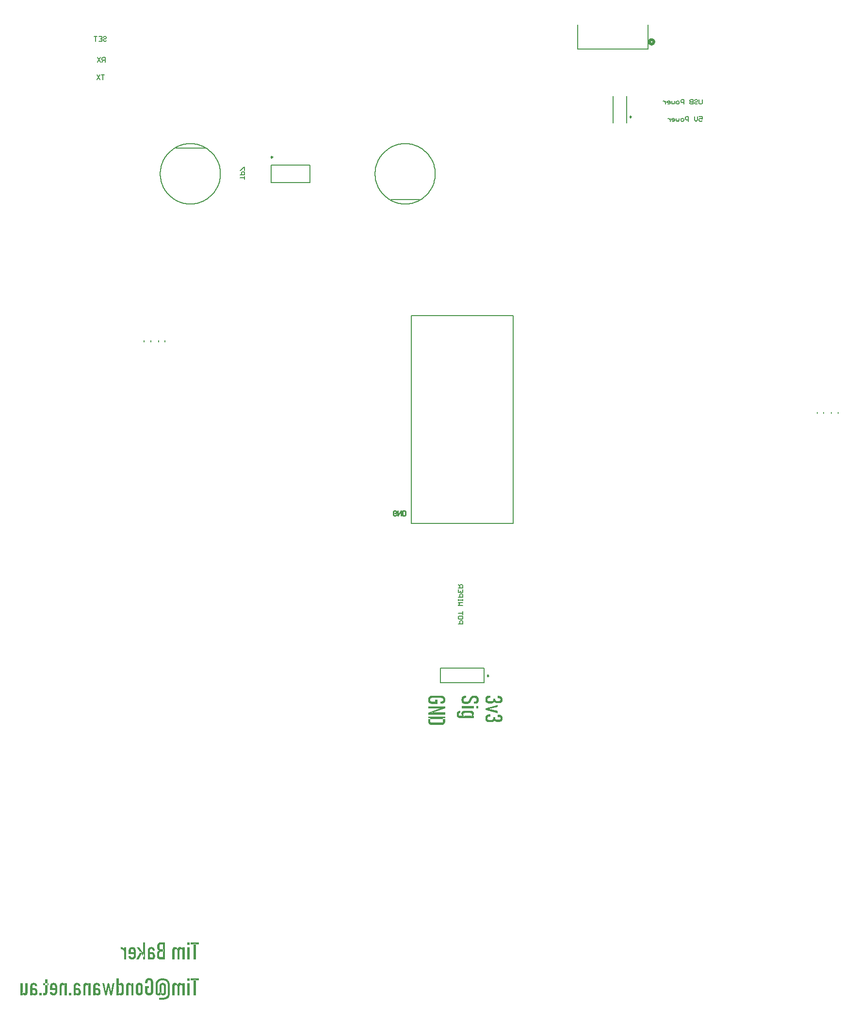
<source format=gbo>
G04*
G04 #@! TF.GenerationSoftware,Altium Limited,Altium Designer,22.10.1 (41)*
G04*
G04 Layer_Color=32896*
%FSLAX25Y25*%
%MOIN*%
G70*
G04*
G04 #@! TF.SameCoordinates,44C76E85-51F2-408D-B631-529058D5D606*
G04*
G04*
G04 #@! TF.FilePolarity,Positive*
G04*
G01*
G75*
%ADD10C,0.02000*%
%ADD11C,0.00984*%
%ADD12C,0.00787*%
%ADD41C,0.01000*%
%ADD50C,0.00591*%
%ADD51C,0.00600*%
%ADD52C,0.00500*%
G36*
X-14491Y133845D02*
X-14409D01*
X-14176Y133817D01*
X-13930Y133776D01*
X-13657Y133722D01*
X-13383Y133640D01*
X-13124Y133530D01*
X-13110D01*
X-13096Y133517D01*
X-13014Y133462D01*
X-12891Y133394D01*
X-12741Y133284D01*
X-12577Y133147D01*
X-12413Y132983D01*
X-12249Y132792D01*
X-12112Y132573D01*
Y132560D01*
X-12098Y132546D01*
X-12057Y132464D01*
X-12003Y132327D01*
X-11934Y132150D01*
X-11866Y131931D01*
X-11811Y131671D01*
X-11770Y131370D01*
X-11756Y131056D01*
Y130905D01*
X-11770Y130837D01*
Y130755D01*
X-11797Y130550D01*
X-11839Y130318D01*
X-11907Y130072D01*
X-11989Y129826D01*
X-12098Y129579D01*
Y129566D01*
X-12112Y129552D01*
X-12167Y129484D01*
X-12235Y129361D01*
X-12344Y129224D01*
X-12495Y129074D01*
X-12659Y128923D01*
X-12864Y128773D01*
X-13096Y128636D01*
X-13110D01*
X-13124Y128623D01*
X-13164Y128609D01*
X-13205Y128582D01*
X-13342Y128527D01*
X-13534Y128472D01*
X-13752Y128418D01*
X-14026Y128363D01*
X-14326Y128322D01*
X-14654Y128308D01*
X-15229D01*
Y129935D01*
X-14654D01*
X-14641D01*
X-14572D01*
X-14491D01*
X-14395Y129949D01*
X-14272Y129962D01*
X-14135Y129990D01*
X-13889Y130072D01*
X-13875D01*
X-13834Y130099D01*
X-13780Y130126D01*
X-13698Y130167D01*
X-13547Y130290D01*
X-13465Y130359D01*
X-13397Y130454D01*
X-13383Y130468D01*
X-13370Y130495D01*
X-13342Y130550D01*
X-13315Y130619D01*
X-13287Y130714D01*
X-13260Y130810D01*
X-13233Y130933D01*
Y131124D01*
X-13247Y131206D01*
X-13260Y131302D01*
X-13301Y131521D01*
X-13356Y131644D01*
X-13411Y131753D01*
X-13424Y131767D01*
X-13438Y131794D01*
X-13479Y131849D01*
X-13547Y131917D01*
X-13616Y131985D01*
X-13698Y132054D01*
X-13807Y132122D01*
X-13930Y132191D01*
X-13944D01*
X-13985Y132218D01*
X-14053Y132231D01*
X-14149Y132259D01*
X-14272Y132286D01*
X-14409Y132314D01*
X-14559Y132327D01*
X-14737Y132341D01*
X-20820D01*
X-20833D01*
X-20888D01*
X-20970Y132327D01*
X-21066D01*
X-21189Y132300D01*
X-21298Y132273D01*
X-21421Y132245D01*
X-21544Y132191D01*
X-21558Y132177D01*
X-21599Y132163D01*
X-21654Y132122D01*
X-21708Y132068D01*
X-21790Y131999D01*
X-21872Y131931D01*
X-22009Y131726D01*
Y131712D01*
X-22036Y131671D01*
X-22050Y131603D01*
X-22077Y131521D01*
X-22105Y131425D01*
X-22132Y131302D01*
X-22146Y131165D01*
X-22159Y131015D01*
Y130947D01*
X-22146Y130878D01*
X-22132Y130782D01*
X-22091Y130564D01*
X-22050Y130441D01*
X-21995Y130331D01*
X-21982Y130318D01*
X-21968Y130290D01*
X-21927Y130236D01*
X-21859Y130167D01*
X-21790Y130099D01*
X-21708Y130031D01*
X-21599Y129962D01*
X-21489Y129894D01*
X-21476Y129880D01*
X-21435Y129867D01*
X-21353Y129839D01*
X-21257Y129812D01*
X-21134Y129785D01*
X-20997Y129771D01*
X-20847Y129744D01*
X-20669D01*
X-18687D01*
Y131056D01*
X-17252D01*
Y128212D01*
X-20656D01*
X-20669D01*
X-20697D01*
X-20751D01*
X-20820D01*
X-20888Y128226D01*
X-20984D01*
X-21216Y128253D01*
X-21462Y128295D01*
X-21736Y128349D01*
X-22009Y128431D01*
X-22269Y128541D01*
X-22282D01*
X-22296Y128554D01*
X-22378Y128595D01*
X-22501Y128677D01*
X-22651Y128787D01*
X-22816Y128923D01*
X-22980Y129087D01*
X-23144Y129279D01*
X-23280Y129498D01*
Y129511D01*
X-23294Y129525D01*
X-23335Y129607D01*
X-23390Y129744D01*
X-23444Y129921D01*
X-23513Y130140D01*
X-23567Y130400D01*
X-23608Y130701D01*
X-23622Y131015D01*
Y131165D01*
X-23608Y131247D01*
Y131329D01*
X-23581Y131548D01*
X-23540Y131794D01*
X-23485Y132040D01*
X-23417Y132314D01*
X-23308Y132560D01*
X-23294Y132587D01*
X-23239Y132669D01*
X-23171Y132778D01*
X-23062Y132915D01*
X-22925Y133079D01*
X-22761Y133229D01*
X-22569Y133394D01*
X-22351Y133530D01*
X-22337D01*
X-22323Y133544D01*
X-22282Y133557D01*
X-22241Y133585D01*
X-22105Y133640D01*
X-21913Y133694D01*
X-21695Y133749D01*
X-21435Y133804D01*
X-21134Y133845D01*
X-20820Y133858D01*
X-14737D01*
X-14723D01*
X-14695D01*
X-14641D01*
X-14572D01*
X-14491Y133845D01*
D02*
G37*
G36*
X-11880Y125287D02*
X-20081Y122348D01*
X-21011D01*
X-20806Y122088D01*
X-20081Y122348D01*
X-11880D01*
Y120899D01*
X-23513D01*
Y122239D01*
X-15531Y125164D01*
X-14654D01*
X-14860Y125410D01*
X-15531Y125164D01*
X-23513D01*
Y126613D01*
X-11880D01*
Y125287D01*
D02*
G37*
G36*
Y118329D02*
X-13315D01*
Y117782D01*
X-22077D01*
Y116142D01*
X-22064Y116060D01*
X-22050Y115964D01*
X-22023Y115868D01*
X-21968Y115759D01*
X-21913Y115664D01*
X-21831Y115568D01*
X-21818Y115554D01*
X-21790Y115527D01*
X-21722Y115499D01*
X-21654Y115445D01*
X-21544Y115404D01*
X-21421Y115376D01*
X-21284Y115349D01*
X-21120Y115335D01*
X-14272D01*
X-14244D01*
X-14190D01*
X-14108Y115349D01*
X-14012Y115363D01*
X-13889Y115390D01*
X-13780Y115431D01*
X-13657Y115486D01*
X-13561Y115568D01*
X-13547Y115582D01*
X-13520Y115609D01*
X-13479Y115664D01*
X-13438Y115732D01*
X-13397Y115814D01*
X-13356Y115937D01*
X-13329Y116060D01*
X-13315Y116210D01*
Y117782D01*
X-11880D01*
Y116115D01*
X-11893Y115978D01*
X-11920Y115800D01*
X-11948Y115582D01*
X-12003Y115363D01*
X-12071Y115144D01*
X-12167Y114939D01*
X-12180Y114912D01*
X-12221Y114843D01*
X-12276Y114748D01*
X-12372Y114625D01*
X-12481Y114488D01*
X-12631Y114351D01*
X-12795Y114228D01*
X-12987Y114105D01*
X-13014Y114091D01*
X-13082Y114064D01*
X-13205Y114009D01*
X-13356Y113955D01*
X-13547Y113914D01*
X-13780Y113859D01*
X-14026Y113832D01*
X-14313Y113818D01*
X-21079D01*
X-21093D01*
X-21107D01*
X-21148D01*
X-21203D01*
X-21353Y113832D01*
X-21531Y113859D01*
X-21749Y113886D01*
X-21968Y113941D01*
X-22187Y114009D01*
X-22405Y114105D01*
X-22433Y114119D01*
X-22501Y114160D01*
X-22597Y114228D01*
X-22720Y114310D01*
X-22843Y114433D01*
X-22993Y114584D01*
X-23116Y114748D01*
X-23239Y114939D01*
X-23253Y114966D01*
X-23280Y115035D01*
X-23321Y115158D01*
X-23376Y115308D01*
X-23431Y115499D01*
X-23472Y115732D01*
X-23499Y115978D01*
X-23513Y116265D01*
Y117782D01*
X-22077D01*
Y118329D01*
X-23513D01*
Y119300D01*
X-11880D01*
Y118329D01*
D02*
G37*
G36*
X2625Y132327D02*
X2105D01*
X2078D01*
X1996D01*
X1886Y132314D01*
X1750Y132286D01*
X1586Y132245D01*
X1435Y132191D01*
X1271Y132108D01*
X1135Y131999D01*
X1121Y131985D01*
X1080Y131931D01*
X1025Y131862D01*
X970Y131753D01*
X902Y131603D01*
X848Y131439D01*
X807Y131247D01*
X793Y131015D01*
Y130919D01*
X807Y130796D01*
X834Y130659D01*
X875Y130509D01*
X929Y130359D01*
X1012Y130208D01*
X1121Y130072D01*
X1135Y130058D01*
X1189Y130017D01*
X1258Y129962D01*
X1367Y129908D01*
X1517Y129853D01*
X1681Y129798D01*
X1873Y129757D01*
X2105Y129744D01*
X3130D01*
X3144D01*
X3199D01*
X3281Y129757D01*
X3376Y129771D01*
X3486Y129798D01*
X3609Y129839D01*
X3732Y129894D01*
X3841Y129962D01*
X3855Y129976D01*
X3896Y130003D01*
X3951Y130044D01*
X4019Y130099D01*
X4087Y130181D01*
X4183Y130263D01*
X4333Y130482D01*
X4347Y130496D01*
X4374Y130536D01*
X4402Y130605D01*
X4456Y130701D01*
X4525Y130824D01*
X4593Y130974D01*
X4675Y131138D01*
X4771Y131343D01*
Y131370D01*
X4784Y131384D01*
X4798Y131398D01*
X4839Y131521D01*
Y131534D01*
X4853Y131548D01*
X4866Y131589D01*
X4894Y131644D01*
X4962Y131780D01*
X5044Y131945D01*
X5153Y132136D01*
X5263Y132341D01*
X5372Y132532D01*
X5495Y132724D01*
X5509Y132737D01*
X5550Y132806D01*
X5632Y132888D01*
X5728Y132997D01*
X5851Y133120D01*
X6015Y133257D01*
X6179Y133394D01*
X6384Y133517D01*
X6411Y133530D01*
X6493Y133571D01*
X6616Y133626D01*
X6780Y133681D01*
X6985Y133735D01*
X7231Y133790D01*
X7518Y133831D01*
X7833Y133845D01*
X8503D01*
X8516D01*
X8544D01*
X8585D01*
X8653D01*
X8803Y133831D01*
X9008Y133804D01*
X9241Y133763D01*
X9487Y133708D01*
X9733Y133640D01*
X9965Y133530D01*
X9979D01*
X9993Y133517D01*
X10061Y133462D01*
X10170Y133394D01*
X10307Y133284D01*
X10458Y133147D01*
X10608Y132983D01*
X10758Y132792D01*
X10881Y132573D01*
Y132560D01*
X10895Y132546D01*
X10909Y132505D01*
X10936Y132464D01*
X10977Y132327D01*
X11045Y132136D01*
X11100Y131917D01*
X11141Y131644D01*
X11182Y131357D01*
X11196Y131029D01*
Y130878D01*
X11182Y130810D01*
Y130714D01*
X11155Y130509D01*
X11114Y130277D01*
X11059Y130031D01*
X10991Y129771D01*
X10881Y129539D01*
Y129525D01*
X10868Y129511D01*
X10827Y129443D01*
X10745Y129333D01*
X10649Y129197D01*
X10512Y129046D01*
X10362Y128882D01*
X10170Y128732D01*
X9952Y128609D01*
X9924Y128595D01*
X9842Y128554D01*
X9706Y128513D01*
X9542Y128445D01*
X9323Y128390D01*
X9063Y128349D01*
X8776Y128308D01*
X8462Y128295D01*
X7860D01*
Y129812D01*
X8407D01*
X8421D01*
X8434D01*
X8516D01*
X8626Y129826D01*
X8776Y129853D01*
X8926Y129894D01*
X9091Y129949D01*
X9241Y130017D01*
X9378Y130126D01*
X9391Y130140D01*
X9432Y130181D01*
X9487Y130263D01*
X9555Y130359D01*
X9610Y130482D01*
X9665Y130646D01*
X9706Y130824D01*
X9719Y131029D01*
Y131138D01*
X9706Y131247D01*
X9678Y131384D01*
X9637Y131548D01*
X9583Y131698D01*
X9501Y131862D01*
X9391Y131999D01*
X9378Y132013D01*
X9337Y132054D01*
X9255Y132108D01*
X9159Y132163D01*
X9036Y132218D01*
X8872Y132273D01*
X8694Y132314D01*
X8489Y132327D01*
X7751D01*
X7737D01*
X7683D01*
X7600Y132314D01*
X7491Y132300D01*
X7382Y132273D01*
X7259Y132245D01*
X7136Y132191D01*
X7013Y132122D01*
X6999Y132108D01*
X6958Y132081D01*
X6903Y132040D01*
X6835Y131972D01*
X6767Y131904D01*
X6685Y131808D01*
X6521Y131603D01*
X6507Y131589D01*
X6493Y131548D01*
X6452Y131480D01*
X6397Y131370D01*
X6343Y131247D01*
X6274Y131111D01*
X6193Y130933D01*
X6110Y130742D01*
Y130728D01*
X6097Y130714D01*
X6056Y130646D01*
Y130632D01*
X6042Y130605D01*
X6015Y130536D01*
Y130523D01*
X6001Y130509D01*
X5960Y130454D01*
Y130441D01*
X5946Y130427D01*
X5933Y130359D01*
Y130345D01*
X5919Y130331D01*
X5878Y130249D01*
X5823Y130113D01*
X5741Y129962D01*
X5646Y129785D01*
X5550Y129593D01*
X5441Y129402D01*
X5331Y129238D01*
X5318Y129224D01*
X5277Y129169D01*
X5222Y129087D01*
X5126Y128992D01*
X5017Y128882D01*
X4866Y128759D01*
X4702Y128636D01*
X4511Y128527D01*
X4484Y128513D01*
X4415Y128486D01*
X4292Y128431D01*
X4142Y128377D01*
X3937Y128322D01*
X3704Y128267D01*
X3431Y128240D01*
X3117Y128226D01*
X2050D01*
X2037D01*
X2009D01*
X1968D01*
X1900D01*
X1832Y128240D01*
X1736D01*
X1531Y128267D01*
X1299Y128308D01*
X1053Y128363D01*
X807Y128445D01*
X560Y128554D01*
X533Y128568D01*
X465Y128609D01*
X355Y128691D01*
X219Y128787D01*
X68Y128923D01*
X-96Y129087D01*
X-232Y129279D01*
X-369Y129498D01*
Y129511D01*
X-383Y129525D01*
X-410Y129607D01*
X-465Y129744D01*
X-520Y129921D01*
X-574Y130140D01*
X-629Y130400D01*
X-656Y130701D01*
X-670Y131015D01*
Y131165D01*
X-656Y131247D01*
Y131343D01*
X-629Y131548D01*
X-601Y131794D01*
X-547Y132054D01*
X-465Y132327D01*
X-369Y132573D01*
X-356Y132601D01*
X-314Y132683D01*
X-232Y132792D01*
X-137Y132929D01*
X-0Y133079D01*
X150Y133243D01*
X342Y133394D01*
X560Y133530D01*
X574D01*
X588Y133544D01*
X670Y133585D01*
X807Y133640D01*
X984Y133694D01*
X1189Y133749D01*
X1449Y133804D01*
X1736Y133845D01*
X2050Y133858D01*
X2625D01*
Y132327D01*
D02*
G37*
G36*
X10977Y125123D02*
X9460D01*
Y126640D01*
X10977D01*
Y125123D01*
D02*
G37*
G36*
X7751D02*
X-561D01*
Y126640D01*
X7751D01*
Y125123D01*
D02*
G37*
G36*
X5605Y123524D02*
X5796Y123510D01*
X6015Y123483D01*
X6247Y123442D01*
X6480Y123387D01*
X6698Y123319D01*
X6712D01*
X6726Y123305D01*
X6794Y123278D01*
X6903Y123223D01*
X7026Y123155D01*
X7177Y123073D01*
X7327Y122963D01*
X7464Y122840D01*
X7587Y122690D01*
X7600Y122676D01*
X7628Y122622D01*
X7683Y122526D01*
X7737Y122416D01*
X7792Y122266D01*
X7846Y122102D01*
X7874Y121911D01*
X7887Y121706D01*
Y121610D01*
X7874Y121501D01*
X7846Y121364D01*
X7792Y121200D01*
X7723Y121022D01*
X7628Y120831D01*
X7505Y120653D01*
X7491Y120626D01*
X7436Y120571D01*
X7341Y120489D01*
X7231Y120380D01*
X7067Y120257D01*
X6890Y120134D01*
X6758Y120052D01*
X5427D01*
X5523Y120065D01*
X5728Y120106D01*
X5946Y120175D01*
X5960D01*
X5987Y120188D01*
X6042Y120216D01*
X6097Y120257D01*
X6247Y120352D01*
X6370Y120503D01*
X6384Y120516D01*
X6397Y120544D01*
X6425Y120585D01*
X6452Y120653D01*
X6480Y120735D01*
X6493Y120817D01*
X6521Y120926D01*
Y121118D01*
X6507Y121200D01*
X6480Y121295D01*
X6438Y121419D01*
X6384Y121542D01*
X6302Y121651D01*
X6193Y121760D01*
X6179Y121774D01*
X6138Y121801D01*
X6056Y121842D01*
X5960Y121883D01*
X5823Y121938D01*
X5673Y121979D01*
X5482Y122006D01*
X5277Y122020D01*
X1791D01*
X1763D01*
X1709D01*
X1613Y122006D01*
X1490Y121993D01*
X1353Y121952D01*
X1217Y121911D01*
X1080Y121842D01*
X957Y121760D01*
X943Y121747D01*
X916Y121706D01*
X861Y121651D01*
X807Y121569D01*
X752Y121473D01*
X697Y121350D01*
X670Y121200D01*
X656Y121036D01*
Y120981D01*
X670Y120926D01*
Y120844D01*
X711Y120680D01*
X793Y120503D01*
X807Y120489D01*
X820Y120462D01*
X902Y120380D01*
X1025Y120270D01*
X1203Y120175D01*
X1217D01*
X1258Y120161D01*
X1312Y120134D01*
X1381Y120106D01*
X1476Y120093D01*
X1586Y120065D01*
X1845Y120052D01*
X476D01*
X506Y120038D01*
X629Y119983D01*
X711Y119956D01*
X724Y119942D01*
X738D01*
X1845Y120052D01*
X5290D01*
X6425Y119887D01*
X6671Y119997D01*
X6758Y120052D01*
X7751D01*
Y118534D01*
X-1586D01*
X-1599D01*
X-1613D01*
X-1654D01*
X-1709D01*
X-1846Y118548D01*
X-2023Y118575D01*
X-2228Y118603D01*
X-2433Y118657D01*
X-2652Y118739D01*
X-2857Y118835D01*
X-2884Y118849D01*
X-2939Y118890D01*
X-3035Y118958D01*
X-3144Y119054D01*
X-3281Y119177D01*
X-3404Y119313D01*
X-3541Y119491D01*
X-3650Y119696D01*
X-3664Y119723D01*
X-3691Y119792D01*
X-3746Y119915D01*
X-3787Y120079D01*
X-3841Y120284D01*
X-3896Y120516D01*
X-3923Y120776D01*
X-3937Y121063D01*
Y121172D01*
X-3923Y121255D01*
Y121350D01*
X-3910Y121460D01*
X-3855Y121719D01*
X-3787Y122020D01*
X-3677Y122321D01*
X-3513Y122608D01*
X-3418Y122745D01*
X-3308Y122868D01*
X-3294D01*
X-3281Y122895D01*
X-3240Y122922D01*
X-3199Y122963D01*
X-3131Y123018D01*
X-3049Y123073D01*
X-2857Y123182D01*
X-2611Y123291D01*
X-2310Y123401D01*
X-1969Y123469D01*
X-1777Y123483D01*
X-1572Y123496D01*
X-1367D01*
Y121979D01*
X-1572D01*
X-1599D01*
X-1654D01*
X-1736Y121965D01*
X-1846Y121952D01*
X-1969Y121924D01*
X-2092Y121870D01*
X-2215Y121815D01*
X-2324Y121733D01*
X-2338Y121719D01*
X-2365Y121678D01*
X-2406Y121624D01*
X-2461Y121542D01*
X-2515Y121446D01*
X-2556Y121323D01*
X-2584Y121172D01*
X-2597Y121009D01*
Y120940D01*
X-2584Y120858D01*
X-2556Y120749D01*
X-2529Y120639D01*
X-2488Y120530D01*
X-2420Y120407D01*
X-2324Y120311D01*
X-2310Y120298D01*
X-2269Y120270D01*
X-2215Y120229D01*
X-2133Y120175D01*
X-2023Y120134D01*
X-1900Y120093D01*
X-1750Y120065D01*
X-1586Y120052D01*
X476D01*
X355Y120106D01*
X178Y120202D01*
X-0Y120325D01*
X-178Y120462D01*
X-328Y120626D01*
X-342Y120639D01*
X-383Y120708D01*
X-451Y120803D01*
X-506Y120926D01*
X-574Y121090D01*
X-642Y121268D01*
X-684Y121473D01*
X-697Y121706D01*
Y121801D01*
X-684Y121911D01*
X-656Y122047D01*
X-629Y122198D01*
X-574Y122362D01*
X-506Y122526D01*
X-410Y122690D01*
X-397Y122704D01*
X-356Y122758D01*
X-287Y122827D01*
X-191Y122922D01*
X-82Y123018D01*
X68Y123127D01*
X232Y123223D01*
X424Y123319D01*
X451Y123332D01*
X519Y123346D01*
X642Y123387D01*
X807Y123428D01*
X998Y123469D01*
X1230Y123496D01*
X1490Y123524D01*
X1777Y123537D01*
X5318D01*
X5331D01*
X5359D01*
X5400D01*
X5454D01*
X5605Y123524D01*
D02*
G37*
G36*
X19083Y132327D02*
X18236D01*
X18222D01*
X18181D01*
X18127Y132314D01*
X18045D01*
X17867Y132273D01*
X17675Y132191D01*
X17662D01*
X17635Y132163D01*
X17552Y132095D01*
X17443Y131972D01*
X17334Y131794D01*
Y131780D01*
X17320Y131753D01*
X17293Y131698D01*
X17279Y131616D01*
X17252Y131521D01*
X17224Y131425D01*
X17211Y131302D01*
Y131083D01*
X17224Y130988D01*
X17252Y130865D01*
X17279Y130742D01*
X17334Y130605D01*
X17402Y130482D01*
X17498Y130359D01*
X17512Y130345D01*
X17552Y130318D01*
X17621Y130263D01*
X17717Y130208D01*
X17840Y130167D01*
X17976Y130113D01*
X18154Y130085D01*
X18345Y130072D01*
X19958D01*
X19986D01*
X20054D01*
X20163Y130085D01*
X20287Y130099D01*
X20437Y130140D01*
X20587Y130181D01*
X20724Y130249D01*
X20861Y130331D01*
X20874Y130345D01*
X20915Y130372D01*
X20970Y130427D01*
X21025Y130509D01*
X21079Y130605D01*
X21134Y130728D01*
X21175Y130865D01*
X21189Y131015D01*
Y131835D01*
X22624D01*
Y130960D01*
X22638Y130892D01*
X22651Y130824D01*
X22692Y130728D01*
X22733Y130646D01*
X22802Y130550D01*
X22884Y130468D01*
X22897Y130454D01*
X22939Y130441D01*
X22993Y130400D01*
X23075Y130359D01*
X23171Y130331D01*
X23294Y130290D01*
X23444Y130277D01*
X23608Y130263D01*
X25208D01*
X25221D01*
X25276D01*
X25358Y130277D01*
X25454Y130290D01*
X25563Y130318D01*
X25686Y130372D01*
X25796Y130427D01*
X25891Y130509D01*
X25905Y130523D01*
X25932Y130550D01*
X25973Y130605D01*
X26014Y130673D01*
X26055Y130769D01*
X26096Y130892D01*
X26124Y131029D01*
X26137Y131179D01*
Y131288D01*
X26124Y131357D01*
X26083Y131521D01*
X26014Y131698D01*
Y131712D01*
X26000Y131739D01*
X25932Y131821D01*
X25837Y131931D01*
X25700Y132040D01*
X25686D01*
X25659Y132054D01*
X25618Y132068D01*
X25563Y132095D01*
X25481Y132108D01*
X25399Y132136D01*
X25194Y132150D01*
X24264D01*
Y133667D01*
X25235D01*
X25249D01*
X25262D01*
X25303D01*
X25358D01*
X25495Y133653D01*
X25672Y133626D01*
X25877Y133598D01*
X26096Y133544D01*
X26315Y133462D01*
X26520Y133366D01*
X26547Y133352D01*
X26602Y133311D01*
X26698Y133243D01*
X26821Y133147D01*
X26957Y133024D01*
X27081Y132874D01*
X27217Y132696D01*
X27327Y132491D01*
X27340Y132464D01*
X27367Y132382D01*
X27422Y132273D01*
X27477Y132095D01*
X27518Y131904D01*
X27573Y131657D01*
X27600Y131398D01*
X27614Y131097D01*
Y130988D01*
X27600Y130905D01*
Y130824D01*
X27586Y130714D01*
X27532Y130454D01*
X27463Y130181D01*
X27354Y129894D01*
X27190Y129607D01*
X27094Y129484D01*
X26985Y129361D01*
Y129347D01*
X26957Y129333D01*
X26916Y129306D01*
X26875Y129265D01*
X26807Y129224D01*
X26725Y129169D01*
X26643Y129115D01*
X26534Y129046D01*
X26288Y128937D01*
X25987Y128841D01*
X25631Y128773D01*
X25426Y128746D01*
X25221D01*
X23595D01*
X23581D01*
X23526D01*
X23431Y128759D01*
X23321Y128773D01*
X23185Y128814D01*
X23048Y128855D01*
X22884Y128923D01*
X22720Y129019D01*
X22706Y129033D01*
X22651Y129060D01*
X22569Y129128D01*
X22460Y129210D01*
X22337Y129320D01*
X22200Y129443D01*
X22064Y129593D01*
X21927Y129757D01*
X21913Y129730D01*
X21886Y129662D01*
X21831Y129552D01*
X21749Y129429D01*
X21640Y129293D01*
X21517Y129142D01*
X21353Y128992D01*
X21175Y128869D01*
X21148Y128855D01*
X21079Y128814D01*
X20970Y128773D01*
X20833Y128705D01*
X20656Y128650D01*
X20437Y128609D01*
X20204Y128568D01*
X19958Y128554D01*
X18304D01*
X18291D01*
X18263D01*
X18222D01*
X18168D01*
X18017Y128568D01*
X17826Y128595D01*
X17607Y128636D01*
X17375Y128691D01*
X17129Y128759D01*
X16910Y128869D01*
X16883Y128882D01*
X16814Y128923D01*
X16719Y128992D01*
X16582Y129087D01*
X16445Y129224D01*
X16295Y129375D01*
X16158Y129552D01*
X16035Y129757D01*
X16021Y129785D01*
X15994Y129867D01*
X15939Y129990D01*
X15898Y130154D01*
X15844Y130359D01*
X15789Y130605D01*
X15762Y130865D01*
X15748Y131165D01*
Y131302D01*
X15762Y131466D01*
X15789Y131671D01*
X15816Y131904D01*
X15857Y132150D01*
X15926Y132396D01*
X16021Y132628D01*
X16035Y132655D01*
X16076Y132724D01*
X16131Y132833D01*
X16227Y132970D01*
X16336Y133120D01*
X16473Y133271D01*
X16637Y133407D01*
X16828Y133544D01*
X16855Y133557D01*
X16924Y133598D01*
X17033Y133640D01*
X17183Y133694D01*
X17375Y133763D01*
X17594Y133804D01*
X17840Y133845D01*
X18113Y133858D01*
X19083D01*
Y132327D01*
D02*
G37*
G36*
X24169Y125998D02*
X18045Y124645D01*
X24169Y123305D01*
Y121801D01*
X15857Y124043D01*
Y125246D01*
X24169Y127515D01*
Y125998D01*
D02*
G37*
G36*
X19083Y119464D02*
X18236D01*
X18222D01*
X18181D01*
X18127Y119450D01*
X18045D01*
X17867Y119409D01*
X17675Y119327D01*
X17662D01*
X17635Y119300D01*
X17552Y119231D01*
X17443Y119108D01*
X17334Y118931D01*
Y118917D01*
X17320Y118890D01*
X17293Y118835D01*
X17279Y118753D01*
X17252Y118657D01*
X17224Y118561D01*
X17211Y118438D01*
Y118220D01*
X17224Y118124D01*
X17252Y118001D01*
X17279Y117878D01*
X17334Y117741D01*
X17402Y117618D01*
X17498Y117495D01*
X17512Y117482D01*
X17552Y117454D01*
X17621Y117400D01*
X17717Y117345D01*
X17840Y117304D01*
X17976Y117249D01*
X18154Y117222D01*
X18345Y117208D01*
X19958D01*
X19986D01*
X20054D01*
X20163Y117222D01*
X20287Y117236D01*
X20437Y117277D01*
X20587Y117318D01*
X20724Y117386D01*
X20861Y117468D01*
X20874Y117482D01*
X20915Y117509D01*
X20970Y117564D01*
X21025Y117646D01*
X21079Y117741D01*
X21134Y117864D01*
X21175Y118001D01*
X21189Y118151D01*
Y118972D01*
X22624D01*
Y118097D01*
X22638Y118028D01*
X22651Y117960D01*
X22692Y117864D01*
X22733Y117782D01*
X22802Y117687D01*
X22884Y117605D01*
X22897Y117591D01*
X22939Y117577D01*
X22993Y117536D01*
X23075Y117495D01*
X23171Y117468D01*
X23294Y117427D01*
X23444Y117413D01*
X23608Y117400D01*
X25208D01*
X25221D01*
X25276D01*
X25358Y117413D01*
X25454Y117427D01*
X25563Y117454D01*
X25686Y117509D01*
X25796Y117564D01*
X25891Y117646D01*
X25905Y117659D01*
X25932Y117687D01*
X25973Y117741D01*
X26014Y117810D01*
X26055Y117905D01*
X26096Y118028D01*
X26124Y118165D01*
X26137Y118315D01*
Y118425D01*
X26124Y118493D01*
X26083Y118657D01*
X26014Y118835D01*
Y118849D01*
X26000Y118876D01*
X25932Y118958D01*
X25837Y119067D01*
X25700Y119177D01*
X25686D01*
X25659Y119190D01*
X25618Y119204D01*
X25563Y119231D01*
X25481Y119245D01*
X25399Y119272D01*
X25194Y119286D01*
X24264D01*
Y120803D01*
X25235D01*
X25249D01*
X25262D01*
X25303D01*
X25358D01*
X25495Y120790D01*
X25672Y120762D01*
X25877Y120735D01*
X26096Y120680D01*
X26315Y120598D01*
X26520Y120503D01*
X26547Y120489D01*
X26602Y120448D01*
X26698Y120380D01*
X26821Y120284D01*
X26957Y120161D01*
X27081Y120011D01*
X27217Y119833D01*
X27327Y119628D01*
X27340Y119600D01*
X27367Y119518D01*
X27422Y119409D01*
X27477Y119231D01*
X27518Y119040D01*
X27573Y118794D01*
X27600Y118534D01*
X27614Y118234D01*
Y118124D01*
X27600Y118042D01*
Y117960D01*
X27586Y117851D01*
X27532Y117591D01*
X27463Y117318D01*
X27354Y117031D01*
X27190Y116743D01*
X27094Y116620D01*
X26985Y116497D01*
Y116484D01*
X26957Y116470D01*
X26916Y116443D01*
X26875Y116402D01*
X26807Y116361D01*
X26725Y116306D01*
X26643Y116251D01*
X26534Y116183D01*
X26288Y116074D01*
X25987Y115978D01*
X25631Y115910D01*
X25426Y115882D01*
X25221D01*
X23595D01*
X23581D01*
X23526D01*
X23431Y115896D01*
X23321Y115910D01*
X23185Y115951D01*
X23048Y115992D01*
X22884Y116060D01*
X22720Y116156D01*
X22706Y116169D01*
X22651Y116197D01*
X22569Y116265D01*
X22460Y116347D01*
X22337Y116456D01*
X22200Y116579D01*
X22064Y116730D01*
X21927Y116894D01*
X21913Y116867D01*
X21886Y116798D01*
X21831Y116689D01*
X21749Y116566D01*
X21640Y116429D01*
X21517Y116279D01*
X21353Y116128D01*
X21175Y116005D01*
X21148Y115992D01*
X21079Y115951D01*
X20970Y115910D01*
X20833Y115841D01*
X20656Y115787D01*
X20437Y115745D01*
X20204Y115705D01*
X19958Y115691D01*
X18304D01*
X18291D01*
X18263D01*
X18222D01*
X18168D01*
X18017Y115705D01*
X17826Y115732D01*
X17607Y115773D01*
X17375Y115828D01*
X17129Y115896D01*
X16910Y116005D01*
X16883Y116019D01*
X16814Y116060D01*
X16719Y116128D01*
X16582Y116224D01*
X16445Y116361D01*
X16295Y116511D01*
X16158Y116689D01*
X16035Y116894D01*
X16021Y116921D01*
X15994Y117003D01*
X15939Y117126D01*
X15898Y117290D01*
X15844Y117495D01*
X15789Y117741D01*
X15762Y118001D01*
X15748Y118302D01*
Y118438D01*
X15762Y118603D01*
X15789Y118808D01*
X15816Y119040D01*
X15857Y119286D01*
X15926Y119532D01*
X16021Y119764D01*
X16035Y119792D01*
X16076Y119860D01*
X16131Y119970D01*
X16227Y120106D01*
X16336Y120257D01*
X16473Y120407D01*
X16637Y120544D01*
X16828Y120680D01*
X16855Y120694D01*
X16924Y120735D01*
X17033Y120776D01*
X17183Y120831D01*
X17375Y120899D01*
X17594Y120940D01*
X17840Y120981D01*
X18113Y120995D01*
X19083D01*
Y119464D01*
D02*
G37*
G36*
X-187623Y-37115D02*
X-189140D01*
Y-35597D01*
X-187623D01*
Y-37115D01*
D02*
G37*
G36*
X-204382Y-47135D02*
X-205339D01*
Y-45699D01*
X-205900D01*
Y-47135D01*
X-207390D01*
X-207677Y-47121D01*
X-207923Y-47094D01*
X-208155Y-47053D01*
X-208347Y-46998D01*
X-208511Y-46943D01*
X-208634Y-46902D01*
X-208702Y-46875D01*
X-208729Y-46861D01*
X-208921Y-46738D01*
X-209099Y-46615D01*
X-209249Y-46479D01*
X-209358Y-46356D01*
X-209454Y-46233D01*
X-209522Y-46137D01*
X-209563Y-46082D01*
X-209577Y-46055D01*
X-209673Y-45850D01*
X-209741Y-45631D01*
X-209796Y-45412D01*
X-209823Y-45207D01*
X-209850Y-45030D01*
X-209864Y-44879D01*
Y-44824D01*
Y-44783D01*
Y-44770D01*
Y-44756D01*
Y-43211D01*
X-209850Y-42993D01*
X-209837Y-42801D01*
X-209809Y-42624D01*
X-209768Y-42473D01*
X-209727Y-42350D01*
X-209700Y-42268D01*
X-209686Y-42200D01*
X-209673Y-42186D01*
X-209591Y-42022D01*
X-209509Y-41885D01*
X-209413Y-41762D01*
X-209317Y-41653D01*
X-209235Y-41571D01*
X-209167Y-41516D01*
X-209126Y-41475D01*
X-209112Y-41462D01*
X-208962Y-41366D01*
X-208811Y-41284D01*
X-208675Y-41216D01*
X-208524Y-41175D01*
X-208401Y-41134D01*
X-208306Y-41106D01*
X-208251Y-41093D01*
X-208224D01*
X-208388Y-41052D01*
X-208538Y-40997D01*
X-208675Y-40929D01*
X-208798Y-40874D01*
X-208893Y-40819D01*
X-208962Y-40764D01*
X-209003Y-40737D01*
X-209016Y-40723D01*
X-209139Y-40614D01*
X-209249Y-40505D01*
X-209331Y-40382D01*
X-209399Y-40272D01*
X-209468Y-40177D01*
X-209509Y-40095D01*
X-209522Y-40040D01*
X-209536Y-40026D01*
X-209591Y-39862D01*
X-209645Y-39698D01*
X-209673Y-39534D01*
X-209686Y-39384D01*
X-209700Y-39247D01*
X-209714Y-39151D01*
Y-39083D01*
Y-39056D01*
Y-37826D01*
X-209700Y-37566D01*
X-209673Y-37320D01*
X-209618Y-37101D01*
X-209563Y-36923D01*
X-209509Y-36773D01*
X-209454Y-36663D01*
X-209427Y-36595D01*
X-209413Y-36568D01*
X-209290Y-36376D01*
X-209153Y-36212D01*
X-209003Y-36076D01*
X-208866Y-35966D01*
X-208729Y-35884D01*
X-208634Y-35830D01*
X-208565Y-35789D01*
X-208538Y-35775D01*
X-208319Y-35679D01*
X-208087Y-35611D01*
X-207855Y-35570D01*
X-207649Y-35529D01*
X-207458Y-35515D01*
X-207308Y-35502D01*
X-205900D01*
Y-36937D01*
X-207198D01*
X-207362Y-36951D01*
X-207513Y-36978D01*
X-207636Y-37019D01*
X-207732Y-37060D01*
X-207814Y-37115D01*
X-207882Y-37156D01*
X-207909Y-37183D01*
X-207923Y-37197D01*
X-208005Y-37306D01*
X-208073Y-37415D01*
X-208114Y-37538D01*
X-208155Y-37648D01*
X-208169Y-37757D01*
X-208183Y-37839D01*
Y-37894D01*
Y-37907D01*
Y-39097D01*
X-208169Y-39316D01*
X-208142Y-39493D01*
X-208101Y-39657D01*
X-208060Y-39780D01*
X-208005Y-39890D01*
X-207964Y-39972D01*
X-207937Y-40013D01*
X-207923Y-40026D01*
X-207814Y-40136D01*
X-207704Y-40218D01*
X-207581Y-40272D01*
X-207458Y-40313D01*
X-207349Y-40341D01*
X-207267Y-40354D01*
X-205900D01*
Y-36937D01*
X-205339D01*
Y-35502D01*
X-204382D01*
Y-47135D01*
D02*
G37*
G36*
X-213391Y-38714D02*
X-213035Y-38782D01*
X-212735Y-38892D01*
X-212475Y-39001D01*
X-212366Y-39056D01*
X-212270Y-39110D01*
X-212188Y-39165D01*
X-212133Y-39220D01*
X-212079Y-39261D01*
X-212038Y-39288D01*
X-212024Y-39302D01*
X-212010Y-39316D01*
X-211901Y-39439D01*
X-211805Y-39562D01*
X-211641Y-39849D01*
X-211532Y-40136D01*
X-211463Y-40423D01*
X-211409Y-40669D01*
X-211395Y-40778D01*
Y-40874D01*
X-211381Y-40956D01*
Y-41011D01*
Y-41052D01*
Y-41065D01*
X-212871D01*
X-212885Y-40887D01*
X-212912Y-40723D01*
X-212940Y-40600D01*
X-212995Y-40491D01*
X-213035Y-40395D01*
X-213063Y-40341D01*
X-213090Y-40300D01*
X-213104Y-40286D01*
X-213199Y-40190D01*
X-213309Y-40122D01*
X-213418Y-40067D01*
X-213528Y-40040D01*
X-213623Y-40013D01*
X-213705Y-39999D01*
X-213774D01*
X-213938Y-40013D01*
X-214088Y-40040D01*
X-214211Y-40095D01*
X-214320Y-40136D01*
X-214403Y-40190D01*
X-214471Y-40245D01*
X-214498Y-40272D01*
X-214512Y-40286D01*
X-214608Y-40395D01*
X-214676Y-40519D01*
X-214717Y-40655D01*
X-214758Y-40778D01*
X-214772Y-40887D01*
X-214785Y-40983D01*
Y-41038D01*
Y-41065D01*
Y-42145D01*
X-214854D01*
X-214963Y-43499D01*
X-214785D01*
Y-42145D01*
X-213787D01*
X-213555Y-42159D01*
X-213336Y-42173D01*
X-213131Y-42213D01*
X-212940Y-42255D01*
X-212776Y-42309D01*
X-212612Y-42364D01*
X-212475Y-42432D01*
X-212338Y-42487D01*
X-212229Y-42555D01*
X-212133Y-42624D01*
X-212051Y-42678D01*
X-211983Y-42733D01*
X-211928Y-42774D01*
X-211887Y-42815D01*
X-211874Y-42829D01*
X-211860Y-42842D01*
X-211751Y-42979D01*
X-211655Y-43129D01*
X-211491Y-43457D01*
X-211381Y-43799D01*
X-211299Y-44141D01*
X-211272Y-44305D01*
X-211258Y-44455D01*
X-211231Y-44592D01*
Y-44701D01*
X-211217Y-44797D01*
Y-44866D01*
Y-44920D01*
Y-44934D01*
Y-45139D01*
X-211245Y-45344D01*
X-211258Y-45522D01*
X-211299Y-45699D01*
X-211340Y-45850D01*
X-211381Y-46000D01*
X-211477Y-46233D01*
X-211559Y-46424D01*
X-211641Y-46561D01*
X-211696Y-46643D01*
X-211723Y-46670D01*
X-211942Y-46861D01*
X-212188Y-46998D01*
X-212434Y-47107D01*
X-212694Y-47176D01*
X-212912Y-47217D01*
X-213008Y-47230D01*
X-213104D01*
X-213172Y-47244D01*
X-213268D01*
X-213473Y-47230D01*
X-213651Y-47217D01*
X-213815Y-47189D01*
X-213938Y-47148D01*
X-214047Y-47107D01*
X-214129Y-47080D01*
X-214184Y-47066D01*
X-214197Y-47053D01*
X-214334Y-46971D01*
X-214443Y-46875D01*
X-214539Y-46766D01*
X-214621Y-46670D01*
X-214676Y-46574D01*
X-214717Y-46506D01*
X-214744Y-46451D01*
X-214758Y-46438D01*
X-214785Y-46372D01*
Y-44633D01*
X-214772Y-44852D01*
X-214744Y-45043D01*
X-214690Y-45207D01*
X-214649Y-45344D01*
X-214594Y-45453D01*
X-214539Y-45522D01*
X-214512Y-45576D01*
X-214498Y-45590D01*
X-214389Y-45699D01*
X-214252Y-45768D01*
X-214115Y-45822D01*
X-213979Y-45863D01*
X-213842Y-45891D01*
X-213746Y-45904D01*
X-213651D01*
X-213487Y-45891D01*
X-213336Y-45863D01*
X-213213Y-45836D01*
X-213104Y-45781D01*
X-213035Y-45740D01*
X-212967Y-45713D01*
X-212940Y-45686D01*
X-212926Y-45672D01*
X-212844Y-45563D01*
X-212789Y-45453D01*
X-212735Y-45330D01*
X-212707Y-45207D01*
X-212694Y-45098D01*
X-212680Y-45016D01*
Y-44961D01*
Y-44934D01*
X-212694Y-44688D01*
X-212721Y-44469D01*
X-212762Y-44278D01*
X-212817Y-44127D01*
X-212871Y-44018D01*
X-212912Y-43936D01*
X-212940Y-43881D01*
X-212953Y-43868D01*
X-213076Y-43745D01*
X-213213Y-43649D01*
X-213350Y-43594D01*
X-213487Y-43540D01*
X-213610Y-43512D01*
X-213705Y-43499D01*
X-214785D01*
Y-44633D01*
X-214949Y-45399D01*
Y-45426D01*
Y-45494D01*
X-214936Y-45617D01*
X-214922Y-45754D01*
X-214908Y-45918D01*
X-214867Y-46096D01*
X-214826Y-46273D01*
X-214785Y-46372D01*
Y-47135D01*
X-216262D01*
Y-41065D01*
X-216248Y-40792D01*
X-216221Y-40546D01*
X-216166Y-40327D01*
X-216125Y-40136D01*
X-216070Y-39985D01*
X-216016Y-39876D01*
X-215988Y-39808D01*
X-215974Y-39780D01*
X-215851Y-39589D01*
X-215715Y-39425D01*
X-215578Y-39288D01*
X-215441Y-39179D01*
X-215318Y-39083D01*
X-215223Y-39028D01*
X-215154Y-38987D01*
X-215127Y-38974D01*
X-214908Y-38878D01*
X-214690Y-38810D01*
X-214471Y-38755D01*
X-214266Y-38728D01*
X-214074Y-38700D01*
X-213938Y-38687D01*
X-213596D01*
X-213391Y-38714D01*
D02*
G37*
G36*
X-197356Y-38700D02*
X-197151Y-38741D01*
X-196960Y-38810D01*
X-196782Y-38878D01*
X-196645Y-38960D01*
X-196549Y-39015D01*
X-196481Y-39069D01*
X-196454Y-39083D01*
X-196276Y-39247D01*
X-196126Y-39439D01*
X-195989Y-39630D01*
X-195893Y-39821D01*
X-195811Y-39999D01*
X-195804Y-40014D01*
X-195811Y-40040D01*
X-195839Y-40218D01*
X-195880Y-40423D01*
X-195893Y-40655D01*
X-195907Y-40915D01*
Y-41421D01*
X-195921Y-41188D01*
X-195948Y-40983D01*
X-195975Y-40819D01*
X-196030Y-40683D01*
X-196071Y-40573D01*
X-196098Y-40491D01*
X-196126Y-40450D01*
X-196139Y-40436D01*
X-196235Y-40327D01*
X-196358Y-40245D01*
X-196481Y-40190D01*
X-196590Y-40149D01*
X-196700Y-40122D01*
X-196782Y-40108D01*
X-196864D01*
X-197042Y-40122D01*
X-197206Y-40163D01*
X-197329Y-40204D01*
X-197438Y-40259D01*
X-197520Y-40327D01*
X-197588Y-40368D01*
X-197616Y-40409D01*
X-197629Y-40423D01*
X-197711Y-40560D01*
X-197780Y-40710D01*
X-197821Y-40860D01*
X-197862Y-41024D01*
X-197875Y-41161D01*
X-197889Y-41270D01*
Y-41352D01*
Y-41366D01*
Y-41380D01*
Y-47135D01*
X-199407D01*
Y-40929D01*
X-199393Y-40669D01*
X-199379Y-40436D01*
X-199338Y-40231D01*
X-199297Y-40054D01*
X-199256Y-39903D01*
X-199229Y-39794D01*
X-199201Y-39739D01*
X-199188Y-39712D01*
X-199106Y-39534D01*
X-199010Y-39384D01*
X-198901Y-39247D01*
X-198805Y-39138D01*
X-198709Y-39056D01*
X-198641Y-39001D01*
X-198586Y-38960D01*
X-198573Y-38946D01*
X-198422Y-38864D01*
X-198258Y-38796D01*
X-198094Y-38755D01*
X-197930Y-38714D01*
X-197793Y-38700D01*
X-197684Y-38687D01*
X-197588D01*
X-197356Y-38700D01*
D02*
G37*
G36*
X-218025Y-47135D02*
X-219542D01*
Y-44934D01*
X-220600Y-43358D01*
X-220349Y-42801D01*
X-221251Y-41653D01*
X-221461Y-42076D01*
X-220600Y-43358D01*
X-222304Y-47135D01*
X-223972D01*
X-221461Y-42076D01*
X-223643Y-38823D01*
X-222058D01*
X-219542Y-42856D01*
Y-35502D01*
X-218025D01*
Y-47135D01*
D02*
G37*
G36*
X-226637Y-38700D02*
X-226391Y-38741D01*
X-226159Y-38796D01*
X-225967Y-38851D01*
X-225803Y-38919D01*
X-225680Y-38974D01*
X-225612Y-39015D01*
X-225585Y-39028D01*
X-225393Y-39165D01*
X-225216Y-39329D01*
X-225079Y-39493D01*
X-224956Y-39657D01*
X-224860Y-39794D01*
X-224792Y-39917D01*
X-224751Y-39999D01*
X-224737Y-40013D01*
Y-40026D01*
X-224641Y-40286D01*
X-224573Y-40546D01*
X-224518Y-40806D01*
X-224491Y-41052D01*
X-224464Y-41270D01*
Y-41366D01*
X-224450Y-41448D01*
Y-41503D01*
Y-41557D01*
Y-41585D01*
Y-41598D01*
Y-44510D01*
X-224464Y-44824D01*
X-224491Y-45112D01*
X-224546Y-45371D01*
X-224600Y-45576D01*
X-224655Y-45754D01*
X-224710Y-45891D01*
X-224737Y-45973D01*
X-224751Y-45987D01*
Y-46000D01*
X-224874Y-46219D01*
X-225010Y-46410D01*
X-225161Y-46561D01*
X-225297Y-46697D01*
X-225420Y-46793D01*
X-225516Y-46875D01*
X-225585Y-46916D01*
X-225612Y-46930D01*
X-225831Y-47039D01*
X-226063Y-47107D01*
X-226295Y-47162D01*
X-226514Y-47203D01*
X-226692Y-47230D01*
X-226842Y-47244D01*
X-226979D01*
X-227198Y-47230D01*
X-227389Y-47217D01*
X-227758Y-47148D01*
X-228073Y-47053D01*
X-228209Y-46998D01*
X-228332Y-46930D01*
X-228442Y-46875D01*
X-228537Y-46820D01*
X-228619Y-46766D01*
X-228674Y-46725D01*
X-228729Y-46684D01*
X-228770Y-46656D01*
X-228783Y-46629D01*
X-228797D01*
X-228906Y-46506D01*
X-229016Y-46383D01*
X-229166Y-46096D01*
X-229289Y-45795D01*
X-229358Y-45522D01*
X-229412Y-45262D01*
X-229426Y-45153D01*
Y-45057D01*
X-229439Y-44975D01*
Y-44920D01*
Y-44879D01*
Y-44866D01*
Y-44811D01*
X-227977D01*
Y-44866D01*
X-227963Y-45030D01*
X-227936Y-45180D01*
X-227895Y-45303D01*
X-227854Y-45399D01*
X-227799Y-45481D01*
X-227758Y-45535D01*
X-227731Y-45576D01*
X-227717Y-45590D01*
X-227608Y-45672D01*
X-227498Y-45727D01*
X-227375Y-45781D01*
X-227252Y-45809D01*
X-227143Y-45822D01*
X-227061Y-45836D01*
X-226979D01*
X-226801Y-45822D01*
X-226637Y-45781D01*
X-226500Y-45727D01*
X-226391Y-45658D01*
X-226309Y-45604D01*
X-226241Y-45549D01*
X-226200Y-45508D01*
X-226186Y-45494D01*
X-226090Y-45358D01*
X-226022Y-45207D01*
X-225981Y-45043D01*
X-225954Y-44893D01*
X-225926Y-44756D01*
X-225913Y-44647D01*
Y-44578D01*
Y-44551D01*
Y-43580D01*
X-225516D01*
Y-42323D01*
X-225913D01*
Y-43580D01*
X-229412D01*
Y-41380D01*
X-229398Y-41079D01*
X-229371Y-40792D01*
X-229316Y-40546D01*
X-229262Y-40341D01*
X-229207Y-40163D01*
X-229152Y-40040D01*
X-229125Y-39958D01*
X-229111Y-39931D01*
X-228988Y-39712D01*
X-228852Y-39520D01*
X-228715Y-39370D01*
X-228578Y-39233D01*
X-228455Y-39138D01*
X-228360Y-39056D01*
X-228291Y-39015D01*
X-228264Y-39001D01*
X-228045Y-38892D01*
X-227813Y-38823D01*
X-227594Y-38769D01*
X-227389Y-38728D01*
X-227198Y-38700D01*
X-227061Y-38687D01*
X-226924D01*
X-226637Y-38700D01*
D02*
G37*
G36*
X-181102Y-36937D02*
X-183167D01*
Y-47135D01*
X-184684D01*
Y-36937D01*
X-183167D01*
Y-36445D01*
X-184684D01*
Y-36937D01*
X-186748D01*
Y-35502D01*
X-181102D01*
Y-36937D01*
D02*
G37*
G36*
X-187623Y-47135D02*
X-189140D01*
Y-38823D01*
X-187623D01*
Y-47135D01*
D02*
G37*
G36*
X-193925Y-38700D02*
X-193706Y-38741D01*
X-193515Y-38810D01*
X-193337Y-38878D01*
X-193200Y-38946D01*
X-193105Y-39015D01*
X-193036Y-39056D01*
X-193009Y-39069D01*
X-192831Y-39233D01*
X-192681Y-39411D01*
X-192544Y-39603D01*
X-192448Y-39794D01*
X-192407Y-39864D01*
Y-38823D01*
X-190890D01*
Y-47135D01*
X-192407D01*
Y-41421D01*
X-192243Y-40231D01*
Y-40218D01*
X-192257Y-40190D01*
X-192271Y-40163D01*
X-192298Y-40108D01*
X-192353Y-39958D01*
X-192407Y-39864D01*
Y-41421D01*
X-192421Y-41188D01*
X-192448Y-40983D01*
X-192490Y-40819D01*
X-192544Y-40683D01*
X-192585Y-40573D01*
X-192626Y-40491D01*
X-192654Y-40450D01*
X-192667Y-40436D01*
X-192777Y-40327D01*
X-192900Y-40245D01*
X-193023Y-40190D01*
X-193146Y-40149D01*
X-193255Y-40122D01*
X-193351Y-40108D01*
X-193433D01*
X-193597Y-40122D01*
X-193747Y-40163D01*
X-193870Y-40204D01*
X-193966Y-40259D01*
X-194048Y-40327D01*
X-194103Y-40368D01*
X-194130Y-40409D01*
X-194143Y-40423D01*
X-194226Y-40560D01*
X-194280Y-40710D01*
X-194335Y-40860D01*
X-194362Y-41024D01*
X-194376Y-41161D01*
X-194390Y-41270D01*
Y-41352D01*
Y-41366D01*
Y-41380D01*
Y-47135D01*
X-195907D01*
Y-41421D01*
X-195702Y-40272D01*
Y-40259D01*
X-195716Y-40231D01*
X-195729Y-40190D01*
X-195743Y-40136D01*
X-195804Y-40014D01*
X-195770Y-39890D01*
X-195729Y-39780D01*
X-195716Y-39726D01*
X-195702Y-39698D01*
X-195620Y-39520D01*
X-195524Y-39370D01*
X-195429Y-39233D01*
X-195319Y-39138D01*
X-195237Y-39056D01*
X-195169Y-38987D01*
X-195114Y-38960D01*
X-195100Y-38946D01*
X-194950Y-38864D01*
X-194786Y-38796D01*
X-194636Y-38755D01*
X-194485Y-38714D01*
X-194349Y-38700D01*
X-194253Y-38687D01*
X-194157D01*
X-193925Y-38700D01*
D02*
G37*
G36*
X-234566Y-38700D02*
X-234292Y-38755D01*
X-234060Y-38823D01*
X-233855Y-38892D01*
X-233677Y-38974D01*
X-233541Y-39042D01*
X-233458Y-39097D01*
X-233445Y-39110D01*
X-233431D01*
X-233212Y-39274D01*
X-233007Y-39466D01*
X-232830Y-39657D01*
X-232679Y-39849D01*
X-232556Y-40013D01*
Y-38823D01*
X-231039D01*
Y-47135D01*
X-232556D01*
Y-41899D01*
X-232392Y-40272D01*
Y-40259D01*
X-232406Y-40245D01*
X-232433Y-40204D01*
X-232461Y-40149D01*
X-232556Y-40013D01*
Y-41899D01*
X-232584Y-41612D01*
X-232652Y-41366D01*
X-232734Y-41161D01*
X-232830Y-40983D01*
X-232925Y-40833D01*
X-233007Y-40737D01*
X-233062Y-40669D01*
X-233089Y-40655D01*
X-233308Y-40505D01*
X-233541Y-40395D01*
X-233787Y-40313D01*
X-234019Y-40259D01*
X-234224Y-40231D01*
X-234320Y-40218D01*
X-234402Y-40204D01*
X-234839D01*
Y-38687D01*
X-234566Y-38700D01*
D02*
G37*
G36*
X-187623Y-61735D02*
X-189140D01*
Y-60217D01*
X-187623D01*
Y-61735D01*
D02*
G37*
G36*
X-285254Y-63443D02*
X-286785D01*
Y-64892D01*
X-288002D01*
Y-63443D01*
X-286785D01*
Y-61024D01*
X-285254D01*
Y-63443D01*
D02*
G37*
G36*
X-250860Y-63334D02*
X-250505Y-63402D01*
X-250204Y-63512D01*
X-249944Y-63621D01*
X-249835Y-63676D01*
X-249739Y-63731D01*
X-249657Y-63785D01*
X-249603Y-63840D01*
X-249548Y-63881D01*
X-249507Y-63908D01*
X-249493Y-63922D01*
X-249480Y-63936D01*
X-249370Y-64059D01*
X-249275Y-64182D01*
X-249111Y-64469D01*
X-249001Y-64756D01*
X-248933Y-65043D01*
X-248878Y-65289D01*
X-248865Y-65398D01*
Y-65494D01*
X-248851Y-65576D01*
Y-65631D01*
Y-65672D01*
Y-65685D01*
X-250341D01*
X-250355Y-65508D01*
X-250382Y-65343D01*
X-250409Y-65220D01*
X-250464Y-65111D01*
X-250505Y-65015D01*
X-250532Y-64961D01*
X-250560Y-64920D01*
X-250573Y-64906D01*
X-250669Y-64810D01*
X-250778Y-64742D01*
X-250888Y-64687D01*
X-250997Y-64660D01*
X-251093Y-64633D01*
X-251175Y-64619D01*
X-251243D01*
X-251407Y-64633D01*
X-251557Y-64660D01*
X-251681Y-64715D01*
X-251790Y-64756D01*
X-251872Y-64810D01*
X-251940Y-64865D01*
X-251968Y-64892D01*
X-251981Y-64906D01*
X-252077Y-65015D01*
X-252145Y-65139D01*
X-252186Y-65275D01*
X-252227Y-65398D01*
X-252241Y-65508D01*
X-252255Y-65603D01*
Y-65658D01*
Y-65685D01*
Y-66765D01*
X-252323D01*
X-252432Y-68119D01*
X-252255D01*
Y-66765D01*
X-251257D01*
X-251024Y-66779D01*
X-250806Y-66793D01*
X-250601Y-66834D01*
X-250409Y-66875D01*
X-250245Y-66929D01*
X-250081Y-66984D01*
X-249944Y-67052D01*
X-249808Y-67107D01*
X-249698Y-67175D01*
X-249603Y-67244D01*
X-249521Y-67298D01*
X-249452Y-67353D01*
X-249398Y-67394D01*
X-249357Y-67435D01*
X-249343Y-67449D01*
X-249329Y-67462D01*
X-249220Y-67599D01*
X-249124Y-67749D01*
X-248960Y-68077D01*
X-248851Y-68419D01*
X-248769Y-68761D01*
X-248742Y-68925D01*
X-248728Y-69075D01*
X-248700Y-69212D01*
Y-69322D01*
X-248687Y-69417D01*
Y-69485D01*
Y-69540D01*
Y-69554D01*
Y-69759D01*
X-248714Y-69964D01*
X-248728Y-70142D01*
X-248769Y-70319D01*
X-248810Y-70470D01*
X-248851Y-70620D01*
X-248947Y-70853D01*
X-249029Y-71044D01*
X-249111Y-71181D01*
X-249165Y-71263D01*
X-249193Y-71290D01*
X-249411Y-71481D01*
X-249657Y-71618D01*
X-249903Y-71727D01*
X-250163Y-71796D01*
X-250382Y-71837D01*
X-250478Y-71850D01*
X-250573D01*
X-250642Y-71864D01*
X-250737D01*
X-250942Y-71850D01*
X-251120Y-71837D01*
X-251284Y-71809D01*
X-251407Y-71768D01*
X-251517Y-71727D01*
X-251599Y-71700D01*
X-251653Y-71686D01*
X-251667Y-71673D01*
X-251804Y-71591D01*
X-251913Y-71495D01*
X-252009Y-71386D01*
X-252091Y-71290D01*
X-252145Y-71194D01*
X-252186Y-71126D01*
X-252214Y-71071D01*
X-252227Y-71058D01*
X-252255Y-70992D01*
Y-69253D01*
X-252241Y-69472D01*
X-252214Y-69663D01*
X-252159Y-69827D01*
X-252118Y-69964D01*
X-252063Y-70073D01*
X-252009Y-70142D01*
X-251981Y-70196D01*
X-251968Y-70210D01*
X-251858Y-70319D01*
X-251722Y-70388D01*
X-251585Y-70442D01*
X-251448Y-70483D01*
X-251311Y-70511D01*
X-251216Y-70525D01*
X-251120D01*
X-250956Y-70511D01*
X-250806Y-70483D01*
X-250683Y-70456D01*
X-250573Y-70401D01*
X-250505Y-70360D01*
X-250437Y-70333D01*
X-250409Y-70306D01*
X-250396Y-70292D01*
X-250314Y-70183D01*
X-250259Y-70073D01*
X-250204Y-69950D01*
X-250177Y-69827D01*
X-250163Y-69718D01*
X-250149Y-69636D01*
Y-69581D01*
Y-69554D01*
X-250163Y-69308D01*
X-250190Y-69089D01*
X-250232Y-68898D01*
X-250286Y-68747D01*
X-250341Y-68638D01*
X-250382Y-68556D01*
X-250409Y-68501D01*
X-250423Y-68488D01*
X-250546Y-68365D01*
X-250683Y-68269D01*
X-250819Y-68214D01*
X-250956Y-68160D01*
X-251079Y-68132D01*
X-251175Y-68119D01*
X-252255D01*
Y-69253D01*
X-252419Y-70019D01*
Y-70046D01*
Y-70114D01*
X-252405Y-70237D01*
X-252391Y-70374D01*
X-252378Y-70538D01*
X-252337Y-70716D01*
X-252296Y-70894D01*
X-252255Y-70992D01*
Y-71755D01*
X-253731D01*
Y-65685D01*
X-253717Y-65412D01*
X-253690Y-65166D01*
X-253635Y-64947D01*
X-253594Y-64756D01*
X-253540Y-64605D01*
X-253485Y-64496D01*
X-253458Y-64428D01*
X-253444Y-64400D01*
X-253321Y-64209D01*
X-253184Y-64045D01*
X-253048Y-63908D01*
X-252911Y-63799D01*
X-252788Y-63703D01*
X-252692Y-63648D01*
X-252624Y-63607D01*
X-252596Y-63594D01*
X-252378Y-63498D01*
X-252159Y-63430D01*
X-251940Y-63375D01*
X-251735Y-63348D01*
X-251544Y-63320D01*
X-251407Y-63307D01*
X-251065D01*
X-250860Y-63334D01*
D02*
G37*
G36*
X-264380D02*
X-264025Y-63402D01*
X-263724Y-63512D01*
X-263464Y-63621D01*
X-263355Y-63676D01*
X-263259Y-63731D01*
X-263177Y-63785D01*
X-263122Y-63840D01*
X-263068Y-63881D01*
X-263027Y-63908D01*
X-263013Y-63922D01*
X-262999Y-63936D01*
X-262890Y-64059D01*
X-262794Y-64182D01*
X-262630Y-64469D01*
X-262521Y-64756D01*
X-262453Y-65043D01*
X-262398Y-65289D01*
X-262384Y-65398D01*
Y-65494D01*
X-262370Y-65576D01*
Y-65631D01*
Y-65672D01*
Y-65685D01*
X-263861D01*
X-263874Y-65508D01*
X-263901Y-65343D01*
X-263929Y-65220D01*
X-263984Y-65111D01*
X-264025Y-65015D01*
X-264052Y-64961D01*
X-264079Y-64920D01*
X-264093Y-64906D01*
X-264189Y-64810D01*
X-264298Y-64742D01*
X-264407Y-64687D01*
X-264517Y-64660D01*
X-264612Y-64633D01*
X-264694Y-64619D01*
X-264763D01*
X-264927Y-64633D01*
X-265077Y-64660D01*
X-265200Y-64715D01*
X-265310Y-64756D01*
X-265392Y-64810D01*
X-265460Y-64865D01*
X-265487Y-64892D01*
X-265501Y-64906D01*
X-265597Y-65015D01*
X-265665Y-65139D01*
X-265706Y-65275D01*
X-265747Y-65398D01*
X-265761Y-65508D01*
X-265774Y-65603D01*
Y-65658D01*
Y-65685D01*
Y-66765D01*
X-265843D01*
X-265952Y-68119D01*
X-265774D01*
Y-66765D01*
X-264776D01*
X-264544Y-66779D01*
X-264325Y-66793D01*
X-264120Y-66834D01*
X-263929Y-66875D01*
X-263765Y-66929D01*
X-263601Y-66984D01*
X-263464Y-67052D01*
X-263327Y-67107D01*
X-263218Y-67175D01*
X-263122Y-67244D01*
X-263040Y-67298D01*
X-262972Y-67353D01*
X-262917Y-67394D01*
X-262876Y-67435D01*
X-262863Y-67449D01*
X-262849Y-67462D01*
X-262740Y-67599D01*
X-262644Y-67749D01*
X-262480Y-68077D01*
X-262370Y-68419D01*
X-262288Y-68761D01*
X-262261Y-68925D01*
X-262247Y-69075D01*
X-262220Y-69212D01*
Y-69322D01*
X-262207Y-69417D01*
Y-69485D01*
Y-69540D01*
Y-69554D01*
Y-69759D01*
X-262234Y-69964D01*
X-262247Y-70142D01*
X-262288Y-70319D01*
X-262330Y-70470D01*
X-262370Y-70620D01*
X-262466Y-70853D01*
X-262548Y-71044D01*
X-262630Y-71181D01*
X-262685Y-71263D01*
X-262712Y-71290D01*
X-262931Y-71481D01*
X-263177Y-71618D01*
X-263423Y-71727D01*
X-263683Y-71796D01*
X-263901Y-71837D01*
X-263997Y-71850D01*
X-264093D01*
X-264161Y-71864D01*
X-264257D01*
X-264462Y-71850D01*
X-264640Y-71837D01*
X-264804Y-71809D01*
X-264927Y-71768D01*
X-265036Y-71727D01*
X-265118Y-71700D01*
X-265173Y-71686D01*
X-265187Y-71673D01*
X-265323Y-71591D01*
X-265433Y-71495D01*
X-265528Y-71386D01*
X-265610Y-71290D01*
X-265665Y-71194D01*
X-265706Y-71126D01*
X-265733Y-71071D01*
X-265747Y-71058D01*
X-265774Y-70992D01*
Y-69253D01*
X-265761Y-69472D01*
X-265733Y-69663D01*
X-265679Y-69827D01*
X-265638Y-69964D01*
X-265583Y-70073D01*
X-265528Y-70142D01*
X-265501Y-70196D01*
X-265487Y-70210D01*
X-265378Y-70319D01*
X-265241Y-70388D01*
X-265105Y-70442D01*
X-264968Y-70483D01*
X-264831Y-70511D01*
X-264735Y-70525D01*
X-264640D01*
X-264476Y-70511D01*
X-264325Y-70483D01*
X-264202Y-70456D01*
X-264093Y-70401D01*
X-264025Y-70360D01*
X-263956Y-70333D01*
X-263929Y-70306D01*
X-263915Y-70292D01*
X-263833Y-70183D01*
X-263778Y-70073D01*
X-263724Y-69950D01*
X-263697Y-69827D01*
X-263683Y-69718D01*
X-263669Y-69636D01*
Y-69581D01*
Y-69554D01*
X-263683Y-69308D01*
X-263710Y-69089D01*
X-263751Y-68898D01*
X-263806Y-68747D01*
X-263861Y-68638D01*
X-263901Y-68556D01*
X-263929Y-68501D01*
X-263943Y-68488D01*
X-264066Y-68365D01*
X-264202Y-68269D01*
X-264339Y-68214D01*
X-264476Y-68160D01*
X-264599Y-68132D01*
X-264694Y-68119D01*
X-265774D01*
Y-69253D01*
X-265938Y-70019D01*
Y-70046D01*
Y-70114D01*
X-265925Y-70237D01*
X-265911Y-70374D01*
X-265897Y-70538D01*
X-265856Y-70716D01*
X-265815Y-70894D01*
X-265774Y-70992D01*
Y-71755D01*
X-267251Y-71755D01*
Y-65685D01*
X-267237Y-65412D01*
X-267210Y-65166D01*
X-267155Y-64947D01*
X-267114Y-64756D01*
X-267059Y-64605D01*
X-267005Y-64496D01*
X-266977Y-64428D01*
X-266964Y-64400D01*
X-266841Y-64209D01*
X-266704Y-64045D01*
X-266567Y-63908D01*
X-266430Y-63799D01*
X-266307Y-63703D01*
X-266212Y-63648D01*
X-266143Y-63607D01*
X-266116Y-63594D01*
X-265897Y-63498D01*
X-265679Y-63430D01*
X-265460Y-63375D01*
X-265255Y-63348D01*
X-265064Y-63320D01*
X-264927Y-63307D01*
X-264585D01*
X-264380Y-63334D01*
D02*
G37*
G36*
X-294181Y-63334D02*
X-293825Y-63402D01*
X-293524Y-63512D01*
X-293265Y-63621D01*
X-293155Y-63676D01*
X-293060Y-63731D01*
X-292978Y-63785D01*
X-292923Y-63840D01*
X-292868Y-63881D01*
X-292827Y-63908D01*
X-292814Y-63922D01*
X-292800Y-63936D01*
X-292691Y-64059D01*
X-292595Y-64182D01*
X-292431Y-64469D01*
X-292321Y-64756D01*
X-292253Y-65043D01*
X-292198Y-65289D01*
X-292185Y-65398D01*
Y-65494D01*
X-292171Y-65576D01*
Y-65631D01*
Y-65672D01*
Y-65685D01*
X-293661D01*
X-293675Y-65508D01*
X-293702Y-65343D01*
X-293729Y-65220D01*
X-293784Y-65111D01*
X-293825Y-65015D01*
X-293852Y-64961D01*
X-293880Y-64920D01*
X-293894Y-64906D01*
X-293989Y-64810D01*
X-294099Y-64742D01*
X-294208Y-64687D01*
X-294317Y-64660D01*
X-294413Y-64633D01*
X-294495Y-64619D01*
X-294563D01*
X-294727Y-64633D01*
X-294878Y-64660D01*
X-295001Y-64715D01*
X-295110Y-64756D01*
X-295192Y-64810D01*
X-295261Y-64865D01*
X-295288Y-64892D01*
X-295302Y-64906D01*
X-295397Y-65015D01*
X-295466Y-65139D01*
X-295507Y-65275D01*
X-295548Y-65398D01*
X-295561Y-65508D01*
X-295575Y-65603D01*
Y-65658D01*
Y-65685D01*
Y-66765D01*
X-295643D01*
X-295753Y-68119D01*
X-295575D01*
Y-66765D01*
X-294577D01*
X-294345Y-66779D01*
X-294126Y-66793D01*
X-293921Y-66834D01*
X-293729Y-66875D01*
X-293566Y-66929D01*
X-293401Y-66984D01*
X-293265Y-67052D01*
X-293128Y-67107D01*
X-293019Y-67175D01*
X-292923Y-67244D01*
X-292841Y-67298D01*
X-292773Y-67353D01*
X-292718Y-67394D01*
X-292677Y-67435D01*
X-292663Y-67449D01*
X-292650Y-67462D01*
X-292540Y-67599D01*
X-292444Y-67750D01*
X-292281Y-68077D01*
X-292171Y-68419D01*
X-292089Y-68761D01*
X-292062Y-68925D01*
X-292048Y-69075D01*
X-292021Y-69212D01*
Y-69322D01*
X-292007Y-69417D01*
Y-69485D01*
Y-69540D01*
Y-69554D01*
Y-69759D01*
X-292034Y-69964D01*
X-292048Y-70142D01*
X-292089Y-70319D01*
X-292130Y-70470D01*
X-292171Y-70620D01*
X-292267Y-70853D01*
X-292349Y-71044D01*
X-292431Y-71181D01*
X-292485Y-71263D01*
X-292513Y-71290D01*
X-292732Y-71481D01*
X-292978Y-71618D01*
X-293224Y-71727D01*
X-293483Y-71796D01*
X-293702Y-71837D01*
X-293798Y-71851D01*
X-293894D01*
X-293962Y-71864D01*
X-294058D01*
X-294263Y-71851D01*
X-294440Y-71837D01*
X-294604Y-71809D01*
X-294727Y-71768D01*
X-294837Y-71727D01*
X-294919Y-71700D01*
X-294973Y-71686D01*
X-294987Y-71673D01*
X-295124Y-71591D01*
X-295233Y-71495D01*
X-295329Y-71386D01*
X-295411Y-71290D01*
X-295466Y-71194D01*
X-295507Y-71126D01*
X-295534Y-71071D01*
X-295548Y-71058D01*
X-295575Y-70992D01*
Y-69253D01*
X-295561Y-69472D01*
X-295534Y-69663D01*
X-295479Y-69827D01*
X-295438Y-69964D01*
X-295384Y-70073D01*
X-295329Y-70142D01*
X-295302Y-70196D01*
X-295288Y-70210D01*
X-295179Y-70319D01*
X-295042Y-70388D01*
X-294905Y-70442D01*
X-294768Y-70483D01*
X-294632Y-70511D01*
X-294536Y-70525D01*
X-294440D01*
X-294276Y-70511D01*
X-294126Y-70483D01*
X-294003Y-70456D01*
X-293894Y-70401D01*
X-293825Y-70360D01*
X-293757Y-70333D01*
X-293729Y-70306D01*
X-293716Y-70292D01*
X-293634Y-70183D01*
X-293579Y-70073D01*
X-293524Y-69950D01*
X-293497Y-69827D01*
X-293483Y-69718D01*
X-293470Y-69636D01*
Y-69581D01*
Y-69554D01*
X-293483Y-69308D01*
X-293511Y-69089D01*
X-293552Y-68898D01*
X-293606Y-68747D01*
X-293661Y-68638D01*
X-293702Y-68556D01*
X-293729Y-68501D01*
X-293743Y-68488D01*
X-293866Y-68365D01*
X-294003Y-68269D01*
X-294140Y-68214D01*
X-294276Y-68160D01*
X-294399Y-68132D01*
X-294495Y-68119D01*
X-295575D01*
Y-69253D01*
X-295739Y-70019D01*
Y-70046D01*
Y-70114D01*
X-295725Y-70237D01*
X-295712Y-70374D01*
X-295698Y-70538D01*
X-295657Y-70716D01*
X-295616Y-70894D01*
X-295575Y-70992D01*
Y-71755D01*
X-297051D01*
Y-65685D01*
X-297038Y-65412D01*
X-297010Y-65166D01*
X-296956Y-64947D01*
X-296915Y-64756D01*
X-296860Y-64605D01*
X-296805Y-64496D01*
X-296778Y-64428D01*
X-296764Y-64400D01*
X-296641Y-64209D01*
X-296504Y-64045D01*
X-296368Y-63908D01*
X-296231Y-63799D01*
X-296108Y-63703D01*
X-296012Y-63648D01*
X-295944Y-63607D01*
X-295917Y-63594D01*
X-295698Y-63498D01*
X-295479Y-63430D01*
X-295261Y-63375D01*
X-295056Y-63348D01*
X-294864Y-63320D01*
X-294727Y-63307D01*
X-294386D01*
X-294181Y-63334D01*
D02*
G37*
G36*
X-197356Y-63320D02*
X-197151Y-63361D01*
X-196960Y-63430D01*
X-196782Y-63498D01*
X-196645Y-63580D01*
X-196549Y-63635D01*
X-196481Y-63689D01*
X-196454Y-63703D01*
X-196276Y-63867D01*
X-196126Y-64059D01*
X-195989Y-64250D01*
X-195893Y-64441D01*
X-195811Y-64619D01*
X-195804Y-64634D01*
X-195811Y-64660D01*
X-195839Y-64838D01*
X-195880Y-65043D01*
X-195893Y-65275D01*
X-195907Y-65535D01*
Y-66041D01*
X-195921Y-65808D01*
X-195948Y-65603D01*
X-195975Y-65439D01*
X-196030Y-65302D01*
X-196071Y-65193D01*
X-196098Y-65111D01*
X-196126Y-65070D01*
X-196139Y-65056D01*
X-196235Y-64947D01*
X-196358Y-64865D01*
X-196481Y-64810D01*
X-196590Y-64769D01*
X-196700Y-64742D01*
X-196782Y-64728D01*
X-196864D01*
X-197042Y-64742D01*
X-197206Y-64783D01*
X-197329Y-64824D01*
X-197438Y-64879D01*
X-197520Y-64947D01*
X-197588Y-64988D01*
X-197616Y-65029D01*
X-197629Y-65043D01*
X-197711Y-65180D01*
X-197780Y-65330D01*
X-197821Y-65480D01*
X-197862Y-65644D01*
X-197875Y-65781D01*
X-197889Y-65890D01*
Y-65972D01*
Y-65986D01*
Y-66000D01*
Y-71755D01*
X-199407D01*
Y-65549D01*
X-199393Y-65289D01*
X-199379Y-65056D01*
X-199338Y-64851D01*
X-199297Y-64674D01*
X-199256Y-64523D01*
X-199229Y-64414D01*
X-199201Y-64359D01*
X-199188Y-64332D01*
X-199106Y-64154D01*
X-199010Y-64004D01*
X-198901Y-63867D01*
X-198805Y-63758D01*
X-198709Y-63676D01*
X-198641Y-63621D01*
X-198586Y-63580D01*
X-198573Y-63566D01*
X-198422Y-63484D01*
X-198258Y-63416D01*
X-198094Y-63375D01*
X-197930Y-63334D01*
X-197793Y-63320D01*
X-197684Y-63307D01*
X-197588D01*
X-197356Y-63320D01*
D02*
G37*
G36*
X-229070Y-63320D02*
X-228865Y-63361D01*
X-228674Y-63430D01*
X-228496Y-63498D01*
X-228360Y-63566D01*
X-228264Y-63635D01*
X-228196Y-63676D01*
X-228168Y-63689D01*
X-227991Y-63854D01*
X-227840Y-64031D01*
X-227703Y-64223D01*
X-227608Y-64414D01*
X-227567Y-64484D01*
Y-66041D01*
X-227580Y-65808D01*
X-227608Y-65603D01*
X-227649Y-65425D01*
X-227690Y-65289D01*
X-227731Y-65180D01*
X-227772Y-65097D01*
X-227799Y-65056D01*
X-227813Y-65043D01*
X-227922Y-64933D01*
X-228045Y-64851D01*
X-228168Y-64797D01*
X-228305Y-64756D01*
X-228414Y-64728D01*
X-228510Y-64715D01*
X-228592D01*
X-228770Y-64728D01*
X-228920Y-64769D01*
X-229057Y-64824D01*
X-229152Y-64879D01*
X-229234Y-64933D01*
X-229303Y-64988D01*
X-229330Y-65029D01*
X-229344Y-65043D01*
X-229426Y-65180D01*
X-229494Y-65330D01*
X-229535Y-65480D01*
X-229576Y-65644D01*
X-229590Y-65781D01*
X-229604Y-65890D01*
Y-65972D01*
Y-65986D01*
Y-66000D01*
Y-71755D01*
X-231121D01*
Y-65549D01*
X-231107Y-65166D01*
X-231052Y-64824D01*
X-230971Y-64537D01*
X-230889Y-64305D01*
X-230806Y-64113D01*
X-230725Y-63990D01*
X-230670Y-63908D01*
X-230656Y-63881D01*
X-230465Y-63689D01*
X-230246Y-63553D01*
X-230027Y-63443D01*
X-229809Y-63375D01*
X-229604Y-63334D01*
X-229453Y-63320D01*
X-229385Y-63307D01*
X-229303D01*
X-229070Y-63320D01*
D02*
G37*
G36*
X-258516D02*
X-258311Y-63361D01*
X-258119Y-63430D01*
X-257941Y-63498D01*
X-257805Y-63566D01*
X-257709Y-63635D01*
X-257641Y-63676D01*
X-257613Y-63689D01*
X-257436Y-63854D01*
X-257285Y-64031D01*
X-257149Y-64223D01*
X-257053Y-64414D01*
X-257012Y-64484D01*
Y-66041D01*
X-257026Y-65808D01*
X-257053Y-65603D01*
X-257094Y-65425D01*
X-257135Y-65289D01*
X-257176Y-65180D01*
X-257217Y-65097D01*
X-257244Y-65056D01*
X-257258Y-65043D01*
X-257367Y-64933D01*
X-257490Y-64851D01*
X-257613Y-64797D01*
X-257750Y-64756D01*
X-257859Y-64728D01*
X-257955Y-64715D01*
X-258037D01*
X-258215Y-64728D01*
X-258365Y-64769D01*
X-258502Y-64824D01*
X-258598Y-64879D01*
X-258680Y-64933D01*
X-258748Y-64988D01*
X-258775Y-65029D01*
X-258789Y-65043D01*
X-258871Y-65180D01*
X-258939Y-65330D01*
X-258980Y-65480D01*
X-259021Y-65644D01*
X-259035Y-65781D01*
X-259049Y-65890D01*
Y-65972D01*
Y-65986D01*
Y-66000D01*
Y-71755D01*
X-260566D01*
Y-65549D01*
X-260552Y-65166D01*
X-260498Y-64824D01*
X-260416Y-64537D01*
X-260334Y-64305D01*
X-260252Y-64113D01*
X-260170Y-63990D01*
X-260115Y-63908D01*
X-260101Y-63881D01*
X-259910Y-63689D01*
X-259691Y-63553D01*
X-259472Y-63443D01*
X-259254Y-63375D01*
X-259049Y-63334D01*
X-258898Y-63320D01*
X-258830Y-63307D01*
X-258748D01*
X-258516Y-63320D01*
D02*
G37*
G36*
X-274810Y-63320D02*
X-274605Y-63361D01*
X-274414Y-63430D01*
X-274236Y-63498D01*
X-274099Y-63566D01*
X-274004Y-63635D01*
X-273935Y-63676D01*
X-273908Y-63690D01*
X-273730Y-63854D01*
X-273580Y-64031D01*
X-273443Y-64223D01*
X-273347Y-64414D01*
X-273306Y-64484D01*
Y-66041D01*
X-273320Y-65808D01*
X-273347Y-65603D01*
X-273389Y-65425D01*
X-273429Y-65289D01*
X-273471Y-65180D01*
X-273512Y-65097D01*
X-273539Y-65057D01*
X-273553Y-65043D01*
X-273662Y-64933D01*
X-273785Y-64851D01*
X-273908Y-64797D01*
X-274045Y-64756D01*
X-274154Y-64728D01*
X-274250Y-64715D01*
X-274332D01*
X-274510Y-64728D01*
X-274660Y-64769D01*
X-274797Y-64824D01*
X-274892Y-64879D01*
X-274974Y-64933D01*
X-275043Y-64988D01*
X-275070Y-65029D01*
X-275084Y-65043D01*
X-275166Y-65180D01*
X-275234Y-65330D01*
X-275275Y-65480D01*
X-275316Y-65644D01*
X-275330Y-65781D01*
X-275343Y-65890D01*
Y-65972D01*
Y-65986D01*
Y-66000D01*
Y-71755D01*
X-276861D01*
Y-65549D01*
X-276847Y-65166D01*
X-276792Y-64824D01*
X-276710Y-64537D01*
X-276628Y-64305D01*
X-276546Y-64113D01*
X-276464Y-63990D01*
X-276410Y-63908D01*
X-276396Y-63881D01*
X-276205Y-63690D01*
X-275986Y-63553D01*
X-275767Y-63443D01*
X-275548Y-63375D01*
X-275343Y-63334D01*
X-275193Y-63320D01*
X-275125Y-63307D01*
X-275043D01*
X-274810Y-63320D01*
D02*
G37*
G36*
X-240922Y-71755D02*
X-242125D01*
X-243273Y-66027D01*
X-244408Y-71755D01*
X-245611D01*
X-247525Y-63443D01*
X-246048D01*
X-245010Y-69595D01*
X-243807Y-63443D01*
X-242727D01*
X-241524Y-69595D01*
X-240485Y-63443D01*
X-239008D01*
X-240922Y-71755D01*
D02*
G37*
G36*
X-214990Y-60012D02*
X-214690Y-60053D01*
X-214430Y-60108D01*
X-214211Y-60176D01*
X-214033Y-60245D01*
X-213897Y-60299D01*
X-213815Y-60340D01*
X-213801Y-60354D01*
X-213787D01*
X-213569Y-60491D01*
X-213377Y-60655D01*
X-213213Y-60819D01*
X-213076Y-60983D01*
X-212967Y-61133D01*
X-212899Y-61256D01*
X-212844Y-61338D01*
X-212830Y-61352D01*
Y-61365D01*
X-212721Y-61625D01*
X-212639Y-61899D01*
X-212584Y-62172D01*
X-212543Y-62418D01*
X-212516Y-62651D01*
Y-62733D01*
X-212502Y-62815D01*
Y-62883D01*
Y-62938D01*
Y-62965D01*
Y-62979D01*
Y-69062D01*
X-212516Y-69376D01*
X-212557Y-69677D01*
X-212612Y-69937D01*
X-212666Y-70155D01*
X-212721Y-70347D01*
X-212776Y-70483D01*
X-212803Y-70525D01*
X-212817Y-70565D01*
X-212830Y-70579D01*
Y-70593D01*
X-212967Y-70811D01*
X-213131Y-71003D01*
X-213281Y-71167D01*
X-213446Y-71304D01*
X-213582Y-71413D01*
X-213692Y-71481D01*
X-213774Y-71536D01*
X-213801Y-71550D01*
X-214047Y-71659D01*
X-214320Y-71727D01*
X-214566Y-71782D01*
X-214813Y-71823D01*
X-215031Y-71850D01*
X-215113D01*
X-215195Y-71864D01*
X-215346D01*
X-215660Y-71850D01*
X-215961Y-71809D01*
X-216221Y-71755D01*
X-216439Y-71686D01*
X-216617Y-71632D01*
X-216754Y-71577D01*
X-216836Y-71536D01*
X-216849Y-71522D01*
X-216863D01*
X-217082Y-71386D01*
X-217273Y-71222D01*
X-217437Y-71058D01*
X-217574Y-70894D01*
X-217683Y-70743D01*
X-217765Y-70620D01*
X-217806Y-70538D01*
X-217820Y-70525D01*
Y-70511D01*
X-217929Y-70251D01*
X-218011Y-69978D01*
X-218066Y-69704D01*
X-218107Y-69458D01*
X-218134Y-69226D01*
Y-69130D01*
X-218148Y-69062D01*
Y-68993D01*
Y-68939D01*
Y-68911D01*
Y-68898D01*
Y-65494D01*
X-215305D01*
Y-66929D01*
X-216617D01*
Y-68911D01*
Y-69089D01*
X-216590Y-69239D01*
X-216576Y-69376D01*
X-216549Y-69499D01*
X-216521Y-69595D01*
X-216494Y-69677D01*
X-216480Y-69718D01*
X-216467Y-69732D01*
X-216398Y-69841D01*
X-216330Y-69950D01*
X-216262Y-70032D01*
X-216193Y-70101D01*
X-216125Y-70169D01*
X-216070Y-70210D01*
X-216043Y-70224D01*
X-216029Y-70237D01*
X-215920Y-70292D01*
X-215797Y-70333D01*
X-215578Y-70374D01*
X-215482Y-70388D01*
X-215414Y-70401D01*
X-215346D01*
X-215195Y-70388D01*
X-215059Y-70374D01*
X-214936Y-70347D01*
X-214840Y-70319D01*
X-214758Y-70292D01*
X-214690Y-70278D01*
X-214649Y-70251D01*
X-214635D01*
X-214430Y-70114D01*
X-214362Y-70032D01*
X-214293Y-69950D01*
X-214238Y-69896D01*
X-214197Y-69841D01*
X-214184Y-69800D01*
X-214170Y-69786D01*
X-214115Y-69663D01*
X-214088Y-69540D01*
X-214061Y-69431D01*
X-214033Y-69308D01*
Y-69212D01*
X-214020Y-69130D01*
Y-69075D01*
Y-69062D01*
Y-62979D01*
X-214033Y-62801D01*
X-214047Y-62651D01*
X-214074Y-62514D01*
X-214102Y-62391D01*
X-214129Y-62295D01*
X-214143Y-62227D01*
X-214170Y-62186D01*
Y-62172D01*
X-214238Y-62049D01*
X-214307Y-61940D01*
X-214375Y-61858D01*
X-214443Y-61789D01*
X-214512Y-61721D01*
X-214566Y-61680D01*
X-214594Y-61666D01*
X-214608Y-61653D01*
X-214717Y-61598D01*
X-214840Y-61543D01*
X-215059Y-61502D01*
X-215154Y-61489D01*
X-215236Y-61475D01*
X-215428D01*
X-215551Y-61502D01*
X-215647Y-61530D01*
X-215742Y-61557D01*
X-215810Y-61584D01*
X-215865Y-61612D01*
X-215893Y-61625D01*
X-215906Y-61639D01*
X-216002Y-61707D01*
X-216070Y-61789D01*
X-216193Y-61940D01*
X-216234Y-62022D01*
X-216262Y-62076D01*
X-216289Y-62117D01*
Y-62131D01*
X-216371Y-62377D01*
X-216398Y-62514D01*
X-216412Y-62637D01*
X-216426Y-62733D01*
Y-62815D01*
Y-62883D01*
Y-62897D01*
Y-63471D01*
X-218052D01*
Y-62897D01*
X-218039Y-62568D01*
X-217998Y-62268D01*
X-217943Y-61994D01*
X-217888Y-61776D01*
X-217834Y-61584D01*
X-217779Y-61448D01*
X-217752Y-61407D01*
X-217738Y-61365D01*
X-217724Y-61352D01*
Y-61338D01*
X-217588Y-61106D01*
X-217437Y-60901D01*
X-217287Y-60737D01*
X-217137Y-60586D01*
X-217000Y-60477D01*
X-216877Y-60409D01*
X-216808Y-60354D01*
X-216795Y-60340D01*
X-216781D01*
X-216535Y-60231D01*
X-216289Y-60149D01*
X-216043Y-60081D01*
X-215810Y-60040D01*
X-215605Y-60012D01*
X-215523D01*
X-215455Y-59999D01*
X-215305D01*
X-214990Y-60012D01*
D02*
G37*
G36*
X-298815Y-69554D02*
X-298828Y-69964D01*
X-298883Y-70306D01*
X-298965Y-70606D01*
X-299047Y-70853D01*
X-299129Y-71044D01*
X-299211Y-71181D01*
X-299238Y-71222D01*
X-299266Y-71263D01*
X-299279Y-71276D01*
Y-71290D01*
X-299471Y-71481D01*
X-299703Y-71618D01*
X-299936Y-71727D01*
X-300154Y-71796D01*
X-300359Y-71837D01*
X-300523Y-71851D01*
X-300592Y-71864D01*
X-300674D01*
X-300893Y-71851D01*
X-301084Y-71809D01*
X-301262Y-71755D01*
X-301412Y-71686D01*
X-301521Y-71632D01*
X-301617Y-71577D01*
X-301672Y-71536D01*
X-301685Y-71522D01*
X-301836Y-71386D01*
X-301959Y-71222D01*
X-302068Y-71044D01*
X-302164Y-70880D01*
X-302205Y-70781D01*
Y-69458D01*
X-302191Y-69622D01*
X-302164Y-69759D01*
X-302136Y-69882D01*
X-302096Y-69991D01*
X-302041Y-70060D01*
X-302013Y-70128D01*
X-301986Y-70155D01*
X-301973Y-70169D01*
X-301877Y-70251D01*
X-301767Y-70306D01*
X-301644Y-70347D01*
X-301535Y-70374D01*
X-301439Y-70388D01*
X-301357Y-70401D01*
X-301275D01*
X-301111Y-70388D01*
X-300975Y-70360D01*
X-300852Y-70333D01*
X-300742Y-70278D01*
X-300674Y-70237D01*
X-300606Y-70210D01*
X-300578Y-70183D01*
X-300565Y-70169D01*
X-300483Y-70073D01*
X-300428Y-69964D01*
X-300387Y-69855D01*
X-300359Y-69745D01*
X-300346Y-69636D01*
X-300332Y-69554D01*
Y-69499D01*
Y-69485D01*
Y-63443D01*
X-298815D01*
Y-69554D01*
D02*
G37*
G36*
X-280647Y-63320D02*
X-280401Y-63361D01*
X-280169Y-63416D01*
X-279977Y-63471D01*
X-279813Y-63539D01*
X-279690Y-63594D01*
X-279622Y-63635D01*
X-279595Y-63648D01*
X-279403Y-63785D01*
X-279226Y-63949D01*
X-279089Y-64113D01*
X-278966Y-64277D01*
X-278870Y-64414D01*
X-278802Y-64537D01*
X-278761Y-64619D01*
X-278747Y-64633D01*
Y-64646D01*
X-278651Y-64906D01*
X-278583Y-65166D01*
X-278528Y-65425D01*
X-278501Y-65672D01*
X-278474Y-65890D01*
Y-65986D01*
X-278460Y-66068D01*
Y-66123D01*
Y-66177D01*
Y-66205D01*
Y-66218D01*
Y-69130D01*
X-278474Y-69445D01*
X-278501Y-69732D01*
X-278556Y-69991D01*
X-278610Y-70196D01*
X-278665Y-70374D01*
X-278720Y-70511D01*
X-278747Y-70593D01*
X-278761Y-70606D01*
Y-70620D01*
X-278884Y-70839D01*
X-279021Y-71030D01*
X-279171Y-71181D01*
X-279308Y-71317D01*
X-279431Y-71413D01*
X-279526Y-71495D01*
X-279595Y-71536D01*
X-279622Y-71550D01*
X-279841Y-71659D01*
X-280073Y-71727D01*
X-280306Y-71782D01*
X-280524Y-71823D01*
X-280702Y-71851D01*
X-280852Y-71864D01*
X-280989D01*
X-281208Y-71851D01*
X-281399Y-71837D01*
X-281768Y-71768D01*
X-282083Y-71673D01*
X-282219Y-71618D01*
X-282342Y-71550D01*
X-282452Y-71495D01*
X-282547Y-71440D01*
X-282629Y-71386D01*
X-282684Y-71345D01*
X-282739Y-71304D01*
X-282780Y-71276D01*
X-282793Y-71249D01*
X-282807D01*
X-282916Y-71126D01*
X-283026Y-71003D01*
X-283176Y-70716D01*
X-283299Y-70415D01*
X-283368Y-70142D01*
X-283422Y-69882D01*
X-283436Y-69773D01*
Y-69677D01*
X-283450Y-69595D01*
Y-69540D01*
Y-69499D01*
Y-69485D01*
Y-69431D01*
X-281987D01*
Y-69485D01*
X-281973Y-69650D01*
X-281946Y-69800D01*
X-281905Y-69923D01*
X-281864Y-70019D01*
X-281809Y-70101D01*
X-281768Y-70155D01*
X-281741Y-70196D01*
X-281727Y-70210D01*
X-281618Y-70292D01*
X-281508Y-70347D01*
X-281385Y-70401D01*
X-281262Y-70429D01*
X-281153Y-70442D01*
X-281071Y-70456D01*
X-280989D01*
X-280811Y-70442D01*
X-280647Y-70401D01*
X-280511Y-70347D01*
X-280401Y-70278D01*
X-280319Y-70224D01*
X-280251Y-70169D01*
X-280210Y-70128D01*
X-280196Y-70114D01*
X-280100Y-69978D01*
X-280032Y-69827D01*
X-279991Y-69663D01*
X-279964Y-69513D01*
X-279937Y-69376D01*
X-279923Y-69267D01*
Y-69199D01*
Y-69171D01*
Y-68201D01*
X-279526D01*
Y-66943D01*
X-279923D01*
Y-68201D01*
X-283422D01*
Y-66000D01*
X-283409Y-65699D01*
X-283381Y-65412D01*
X-283327Y-65166D01*
X-283272Y-64961D01*
X-283217Y-64783D01*
X-283163Y-64660D01*
X-283135Y-64578D01*
X-283122Y-64551D01*
X-282998Y-64332D01*
X-282862Y-64141D01*
X-282725Y-63990D01*
X-282588Y-63854D01*
X-282465Y-63758D01*
X-282370Y-63676D01*
X-282301Y-63635D01*
X-282274Y-63621D01*
X-282055Y-63512D01*
X-281823Y-63443D01*
X-281604Y-63389D01*
X-281399Y-63348D01*
X-281208Y-63320D01*
X-281071Y-63307D01*
X-280934D01*
X-280647Y-63320D01*
D02*
G37*
G36*
X-181102Y-61557D02*
X-183167D01*
Y-71755D01*
X-184684D01*
Y-61557D01*
X-183167D01*
Y-61065D01*
X-184684D01*
Y-61557D01*
X-186748D01*
Y-60122D01*
X-181102D01*
Y-61557D01*
D02*
G37*
G36*
X-187623Y-71755D02*
X-189140D01*
Y-63443D01*
X-187623D01*
Y-71755D01*
D02*
G37*
G36*
X-193925Y-63320D02*
X-193706Y-63361D01*
X-193515Y-63430D01*
X-193337Y-63498D01*
X-193200Y-63566D01*
X-193105Y-63635D01*
X-193036Y-63676D01*
X-193009Y-63689D01*
X-192831Y-63854D01*
X-192681Y-64031D01*
X-192544Y-64223D01*
X-192448Y-64414D01*
X-192407Y-64484D01*
Y-63443D01*
X-190890D01*
Y-71755D01*
X-192407D01*
Y-66041D01*
X-192243Y-64851D01*
Y-64838D01*
X-192257Y-64810D01*
X-192271Y-64783D01*
X-192298Y-64728D01*
X-192353Y-64578D01*
X-192407Y-64484D01*
Y-66041D01*
X-192421Y-65808D01*
X-192448Y-65603D01*
X-192490Y-65439D01*
X-192544Y-65302D01*
X-192585Y-65193D01*
X-192626Y-65111D01*
X-192654Y-65070D01*
X-192667Y-65056D01*
X-192777Y-64947D01*
X-192900Y-64865D01*
X-193023Y-64810D01*
X-193146Y-64769D01*
X-193255Y-64742D01*
X-193351Y-64728D01*
X-193433D01*
X-193597Y-64742D01*
X-193747Y-64783D01*
X-193870Y-64824D01*
X-193966Y-64879D01*
X-194048Y-64947D01*
X-194103Y-64988D01*
X-194130Y-65029D01*
X-194143Y-65043D01*
X-194226Y-65180D01*
X-194280Y-65330D01*
X-194335Y-65480D01*
X-194362Y-65644D01*
X-194376Y-65781D01*
X-194390Y-65890D01*
Y-65972D01*
Y-65986D01*
Y-66000D01*
Y-71755D01*
X-195907D01*
Y-66041D01*
X-195702Y-64892D01*
Y-64879D01*
X-195716Y-64851D01*
X-195729Y-64810D01*
X-195743Y-64756D01*
X-195804Y-64634D01*
X-195770Y-64510D01*
X-195729Y-64400D01*
X-195716Y-64346D01*
X-195702Y-64318D01*
X-195620Y-64140D01*
X-195524Y-63990D01*
X-195429Y-63854D01*
X-195319Y-63758D01*
X-195237Y-63676D01*
X-195169Y-63607D01*
X-195114Y-63580D01*
X-195100Y-63566D01*
X-194950Y-63484D01*
X-194786Y-63416D01*
X-194636Y-63375D01*
X-194485Y-63334D01*
X-194349Y-63320D01*
X-194253Y-63307D01*
X-194157D01*
X-193925Y-63320D01*
D02*
G37*
G36*
X-226049Y-71755D02*
X-227567D01*
Y-66041D01*
X-227403Y-64851D01*
Y-64838D01*
X-227416Y-64810D01*
X-227430Y-64783D01*
X-227457Y-64728D01*
X-227512Y-64578D01*
X-227567Y-64484D01*
Y-63443D01*
X-226049D01*
Y-71755D01*
D02*
G37*
G36*
X-255494D02*
X-257012D01*
Y-66041D01*
X-256848Y-64851D01*
Y-64838D01*
X-256861Y-64810D01*
X-256875Y-64783D01*
X-256903Y-64728D01*
X-256957Y-64578D01*
X-257012Y-64484D01*
Y-63443D01*
X-255494D01*
Y-71755D01*
D02*
G37*
G36*
X-268713Y-71755D02*
X-270313D01*
Y-70155D01*
X-268713D01*
Y-71755D01*
D02*
G37*
G36*
X-271789D02*
X-273306D01*
Y-66041D01*
X-273143Y-64851D01*
Y-64838D01*
X-273156Y-64810D01*
X-273170Y-64783D01*
X-273197Y-64728D01*
X-273252Y-64578D01*
X-273306Y-64484D01*
Y-63443D01*
X-271789D01*
Y-71755D01*
D02*
G37*
G36*
X-289054D02*
X-290654D01*
Y-70155D01*
X-289054D01*
Y-71755D01*
D02*
G37*
G36*
X-302205Y-69458D02*
X-302328Y-70483D01*
Y-70497D01*
X-302314Y-70511D01*
X-302287Y-70593D01*
X-302232Y-70716D01*
X-302205Y-70781D01*
Y-71755D01*
X-303736D01*
Y-63443D01*
X-302205D01*
Y-69458D01*
D02*
G37*
G36*
X-284407Y-64892D02*
X-285254D01*
Y-69595D01*
X-285268Y-69978D01*
X-285322Y-70319D01*
X-285404Y-70606D01*
X-285487Y-70839D01*
X-285568Y-71017D01*
X-285650Y-71140D01*
X-285705Y-71222D01*
X-285719Y-71249D01*
X-285924Y-71427D01*
X-286156Y-71563D01*
X-286402Y-71645D01*
X-286648Y-71714D01*
X-286867Y-71755D01*
X-286963Y-71768D01*
X-287045D01*
X-287113Y-71782D01*
X-288002D01*
Y-70360D01*
X-287387D01*
X-287277Y-70347D01*
X-287195Y-70333D01*
X-287113Y-70306D01*
X-287045Y-70265D01*
X-287004Y-70224D01*
X-286963Y-70196D01*
X-286949Y-70183D01*
X-286935Y-70169D01*
X-286881Y-70087D01*
X-286854Y-69991D01*
X-286799Y-69800D01*
Y-69718D01*
X-286785Y-69650D01*
Y-69609D01*
Y-69595D01*
Y-64892D01*
X-285254D01*
Y-63443D01*
X-284407D01*
Y-64892D01*
D02*
G37*
G36*
X-205613Y-63348D02*
X-205257Y-63416D01*
X-204957Y-63512D01*
X-204724Y-63621D01*
X-204533Y-63744D01*
X-204396Y-63840D01*
X-204314Y-63908D01*
X-204300Y-63922D01*
X-204287Y-63936D01*
X-204191Y-64059D01*
X-204095Y-64195D01*
X-203959Y-64482D01*
X-203849Y-64783D01*
X-203781Y-65084D01*
X-203740Y-65357D01*
X-203726Y-65480D01*
Y-65576D01*
X-203713Y-65658D01*
Y-65726D01*
Y-65767D01*
Y-65781D01*
Y-69185D01*
Y-69431D01*
X-203740Y-69663D01*
X-203753Y-69868D01*
X-203795Y-70073D01*
X-203822Y-70251D01*
X-203863Y-70415D01*
X-203904Y-70565D01*
X-203959Y-70702D01*
X-204000Y-70825D01*
X-204041Y-70921D01*
X-204082Y-71017D01*
X-204123Y-71085D01*
X-204150Y-71140D01*
X-204177Y-71181D01*
X-204191Y-71194D01*
Y-71208D01*
X-204287Y-71317D01*
X-204396Y-71427D01*
X-204615Y-71591D01*
X-204861Y-71700D01*
X-205093Y-71782D01*
X-205298Y-71823D01*
X-205394Y-71850D01*
X-205476D01*
X-205531Y-71864D01*
X-205626D01*
X-205913Y-71850D01*
X-206159Y-71796D01*
X-206364Y-71714D01*
X-206542Y-71632D01*
X-206679Y-71550D01*
X-206775Y-71468D01*
X-206843Y-71413D01*
X-206857Y-71399D01*
X-207007Y-71208D01*
X-207130Y-70976D01*
X-207179Y-70871D01*
X-207171Y-70853D01*
X-207089Y-70620D01*
X-207034Y-70333D01*
X-207021Y-70005D01*
X-208292Y-69554D01*
Y-65795D01*
Y-65576D01*
X-208265Y-65357D01*
X-208237Y-65166D01*
X-208196Y-64988D01*
X-208155Y-64824D01*
X-208114Y-64674D01*
X-208060Y-64537D01*
X-208005Y-64414D01*
X-207950Y-64305D01*
X-207896Y-64209D01*
X-207855Y-64127D01*
X-207814Y-64059D01*
X-207772Y-64017D01*
X-207745Y-63977D01*
X-207732Y-63949D01*
X-207718D01*
X-207609Y-63840D01*
X-207486Y-63744D01*
X-207212Y-63580D01*
X-206925Y-63471D01*
X-206652Y-63402D01*
X-206405Y-63348D01*
X-206296Y-63334D01*
X-206201D01*
X-206118Y-63320D01*
X-205804D01*
X-205613Y-63348D01*
D02*
G37*
G36*
X-221798Y-63320D02*
X-221552Y-63348D01*
X-221333Y-63389D01*
X-221142Y-63443D01*
X-220991Y-63498D01*
X-220868Y-63539D01*
X-220800Y-63566D01*
X-220773Y-63580D01*
X-220581Y-63689D01*
X-220417Y-63826D01*
X-220281Y-63949D01*
X-220158Y-64086D01*
X-220075Y-64209D01*
X-220007Y-64305D01*
X-219966Y-64359D01*
X-219953Y-64387D01*
X-219857Y-64592D01*
X-219789Y-64810D01*
X-219734Y-65029D01*
X-219706Y-65234D01*
X-219679Y-65412D01*
X-219665Y-65549D01*
Y-65603D01*
Y-65644D01*
Y-65658D01*
Y-65672D01*
Y-69472D01*
X-219679Y-69745D01*
X-219706Y-70005D01*
X-219761Y-70224D01*
X-219816Y-70415D01*
X-219857Y-70565D01*
X-219912Y-70688D01*
X-219939Y-70757D01*
X-219953Y-70784D01*
X-220075Y-70976D01*
X-220199Y-71140D01*
X-220335Y-71276D01*
X-220472Y-71386D01*
X-220595Y-71481D01*
X-220691Y-71536D01*
X-220745Y-71577D01*
X-220773Y-71591D01*
X-220991Y-71686D01*
X-221210Y-71755D01*
X-221429Y-71796D01*
X-221634Y-71823D01*
X-221812Y-71850D01*
X-221948Y-71864D01*
X-222071D01*
X-222345Y-71850D01*
X-222591Y-71823D01*
X-222810Y-71782D01*
X-223001Y-71727D01*
X-223151Y-71673D01*
X-223261Y-71632D01*
X-223329Y-71604D01*
X-223356Y-71591D01*
X-223548Y-71481D01*
X-223712Y-71345D01*
X-223849Y-71222D01*
X-223958Y-71085D01*
X-224054Y-70962D01*
X-224108Y-70866D01*
X-224149Y-70811D01*
X-224163Y-70784D01*
X-224259Y-70579D01*
X-224327Y-70360D01*
X-224368Y-70142D01*
X-224409Y-69937D01*
X-224423Y-69759D01*
X-224436Y-69622D01*
Y-69568D01*
Y-69526D01*
Y-69513D01*
Y-69499D01*
Y-65672D01*
X-224423Y-65398D01*
X-224395Y-65152D01*
X-224354Y-64933D01*
X-224300Y-64742D01*
X-224245Y-64592D01*
X-224204Y-64482D01*
X-224177Y-64414D01*
X-224163Y-64387D01*
X-224054Y-64195D01*
X-223917Y-64031D01*
X-223794Y-63894D01*
X-223657Y-63785D01*
X-223534Y-63689D01*
X-223438Y-63635D01*
X-223384Y-63594D01*
X-223356Y-63580D01*
X-223151Y-63484D01*
X-222933Y-63416D01*
X-222714Y-63375D01*
X-222509Y-63334D01*
X-222331Y-63320D01*
X-222194Y-63307D01*
X-222071D01*
X-221798Y-63320D01*
D02*
G37*
G36*
X-236206Y-64450D02*
X-236124Y-64305D01*
X-235987Y-64127D01*
X-235864Y-63963D01*
X-235755Y-63854D01*
X-235673Y-63758D01*
X-235618Y-63703D01*
X-235591Y-63689D01*
X-235413Y-63566D01*
X-235236Y-63471D01*
X-235058Y-63402D01*
X-234894Y-63348D01*
X-234757Y-63320D01*
X-234648Y-63307D01*
X-234552D01*
X-234347Y-63320D01*
X-234156Y-63348D01*
X-233992Y-63402D01*
X-233841Y-63457D01*
X-233732Y-63512D01*
X-233636Y-63566D01*
X-233581Y-63594D01*
X-233568Y-63607D01*
X-233418Y-63731D01*
X-233294Y-63867D01*
X-233185Y-64017D01*
X-233103Y-64168D01*
X-233035Y-64291D01*
X-232980Y-64400D01*
X-232953Y-64469D01*
X-232939Y-64482D01*
Y-64496D01*
X-232871Y-64715D01*
X-232816Y-64947D01*
X-232775Y-65180D01*
X-232748Y-65398D01*
X-232734Y-65590D01*
X-232720Y-65740D01*
Y-65795D01*
Y-65836D01*
Y-65863D01*
Y-65877D01*
Y-69417D01*
X-232734Y-69704D01*
X-232761Y-69964D01*
X-232789Y-70196D01*
X-232830Y-70388D01*
X-232871Y-70552D01*
X-232912Y-70675D01*
X-232925Y-70743D01*
X-232939Y-70771D01*
X-233035Y-70962D01*
X-233130Y-71126D01*
X-233240Y-71276D01*
X-233335Y-71386D01*
X-233431Y-71481D01*
X-233500Y-71550D01*
X-233554Y-71591D01*
X-233568Y-71604D01*
X-233732Y-71700D01*
X-233896Y-71768D01*
X-234060Y-71823D01*
X-234210Y-71850D01*
X-234347Y-71878D01*
X-234456Y-71891D01*
X-234552D01*
X-234785Y-71878D01*
X-234990Y-71837D01*
X-235167Y-71768D01*
X-235331Y-71700D01*
X-235454Y-71645D01*
X-235550Y-71577D01*
X-235618Y-71536D01*
X-235632Y-71522D01*
X-235796Y-71372D01*
X-235933Y-71194D01*
X-236042Y-71017D01*
X-236138Y-70839D01*
X-236206Y-70714D01*
Y-71755D01*
X-237723D01*
Y-60122D01*
X-236206D01*
Y-64450D01*
D02*
G37*
G36*
X-205462Y-60258D02*
X-205189Y-60272D01*
X-204929Y-60313D01*
X-204697Y-60354D01*
X-204464Y-60395D01*
X-204259Y-60436D01*
X-204068Y-60491D01*
X-203904Y-60545D01*
X-203753Y-60586D01*
X-203617Y-60627D01*
X-203521Y-60668D01*
X-203426Y-60696D01*
X-203371Y-60723D01*
X-203330Y-60750D01*
X-203316D01*
X-202933Y-60969D01*
X-202592Y-61215D01*
X-202305Y-61461D01*
X-202072Y-61721D01*
X-201881Y-61940D01*
X-201812Y-62035D01*
X-201758Y-62131D01*
X-201703Y-62199D01*
X-201676Y-62254D01*
X-201662Y-62281D01*
X-201648Y-62295D01*
X-201457Y-62691D01*
X-201320Y-63129D01*
X-201225Y-63553D01*
X-201156Y-63949D01*
X-201129Y-64140D01*
X-201115Y-64305D01*
X-201102Y-64455D01*
Y-64578D01*
X-201088Y-64687D01*
Y-64769D01*
Y-64824D01*
Y-64838D01*
Y-65343D01*
Y-65836D01*
Y-66300D01*
Y-66519D01*
Y-66711D01*
Y-66902D01*
Y-67066D01*
Y-67216D01*
Y-67339D01*
Y-67435D01*
Y-67503D01*
Y-67558D01*
Y-67572D01*
Y-68077D01*
Y-68570D01*
Y-69034D01*
Y-69253D01*
Y-69445D01*
Y-69636D01*
Y-69800D01*
Y-69950D01*
Y-70073D01*
Y-70169D01*
Y-70237D01*
Y-70292D01*
Y-70306D01*
X-201115Y-70839D01*
X-201143Y-71085D01*
X-201170Y-71317D01*
X-201225Y-71536D01*
X-201266Y-71741D01*
X-201320Y-71919D01*
X-201375Y-72097D01*
X-201416Y-72247D01*
X-201471Y-72384D01*
X-201525Y-72507D01*
X-201566Y-72602D01*
X-201594Y-72684D01*
X-201621Y-72739D01*
X-201648Y-72766D01*
Y-72780D01*
X-201881Y-73135D01*
X-202140Y-73450D01*
X-202414Y-73710D01*
X-202687Y-73915D01*
X-202933Y-74079D01*
X-203029Y-74147D01*
X-203125Y-74202D01*
X-203193Y-74243D01*
X-203261Y-74270D01*
X-203289Y-74297D01*
X-203302D01*
X-203740Y-74461D01*
X-204191Y-74584D01*
X-204656Y-74680D01*
X-205080Y-74735D01*
X-205285Y-74762D01*
X-205462Y-74776D01*
X-205626Y-74790D01*
X-205763D01*
X-205886Y-74803D01*
X-208429D01*
Y-73491D01*
X-206036D01*
X-205613Y-73477D01*
X-205230Y-73436D01*
X-204888Y-73382D01*
X-204738Y-73340D01*
X-204601Y-73313D01*
X-204478Y-73286D01*
X-204369Y-73245D01*
X-204273Y-73217D01*
X-204191Y-73190D01*
X-204136Y-73163D01*
X-204095Y-73149D01*
X-204068Y-73135D01*
X-204054D01*
X-203781Y-72985D01*
X-203535Y-72821D01*
X-203330Y-72643D01*
X-203152Y-72466D01*
X-203029Y-72315D01*
X-202933Y-72179D01*
X-202865Y-72097D01*
X-202851Y-72083D01*
Y-72069D01*
X-202715Y-71782D01*
X-202619Y-71495D01*
X-202551Y-71194D01*
X-202510Y-70921D01*
X-202482Y-70675D01*
X-202469Y-70565D01*
X-202455Y-70483D01*
Y-70401D01*
Y-70347D01*
Y-70319D01*
Y-70306D01*
Y-69786D01*
Y-69294D01*
Y-68829D01*
Y-68611D01*
Y-68406D01*
Y-68228D01*
Y-68064D01*
Y-67914D01*
Y-67790D01*
Y-67695D01*
Y-67613D01*
Y-67572D01*
Y-67558D01*
Y-67052D01*
Y-66560D01*
Y-66095D01*
Y-65877D01*
Y-65685D01*
Y-65508D01*
Y-65343D01*
Y-65193D01*
Y-65070D01*
Y-64974D01*
Y-64892D01*
Y-64851D01*
Y-64838D01*
X-202469Y-64441D01*
X-202523Y-64086D01*
X-202578Y-63771D01*
X-202660Y-63512D01*
X-202687Y-63402D01*
X-202728Y-63293D01*
X-202756Y-63211D01*
X-202797Y-63143D01*
X-202810Y-63074D01*
X-202838Y-63033D01*
X-202851Y-63020D01*
Y-63006D01*
X-203015Y-62746D01*
X-203220Y-62514D01*
X-203412Y-62322D01*
X-203617Y-62158D01*
X-203795Y-62035D01*
X-203931Y-61953D01*
X-203986Y-61926D01*
X-204027Y-61899D01*
X-204054Y-61885D01*
X-204068D01*
X-204382Y-61762D01*
X-204710Y-61666D01*
X-205052Y-61598D01*
X-205353Y-61543D01*
X-205503Y-61530D01*
X-205626Y-61516D01*
X-205749D01*
X-205845Y-61502D01*
X-206036D01*
X-206447Y-61516D01*
X-206816Y-61557D01*
X-207144Y-61625D01*
X-207417Y-61694D01*
X-207540Y-61735D01*
X-207649Y-61762D01*
X-207732Y-61789D01*
X-207814Y-61830D01*
X-207868Y-61844D01*
X-207909Y-61871D01*
X-207937Y-61885D01*
X-207950D01*
X-208224Y-62035D01*
X-208470Y-62213D01*
X-208675Y-62405D01*
X-208839Y-62582D01*
X-208976Y-62746D01*
X-209071Y-62883D01*
X-209099Y-62938D01*
X-209126Y-62979D01*
X-209139Y-62992D01*
Y-63006D01*
X-209276Y-63307D01*
X-209372Y-63607D01*
X-209454Y-63922D01*
X-209495Y-64209D01*
X-209522Y-64455D01*
X-209536Y-64564D01*
X-209550Y-64660D01*
Y-64728D01*
Y-64783D01*
Y-64824D01*
Y-64838D01*
Y-69677D01*
Y-69841D01*
X-209522Y-69991D01*
X-209509Y-70114D01*
X-209481Y-70210D01*
X-209454Y-70292D01*
X-209427Y-70347D01*
X-209413Y-70374D01*
X-209399Y-70388D01*
X-209331Y-70456D01*
X-209263Y-70511D01*
X-209180Y-70552D01*
X-209112Y-70579D01*
X-209044Y-70593D01*
X-208989Y-70606D01*
X-208934D01*
X-208825Y-70593D01*
X-208716Y-70565D01*
X-208634Y-70524D01*
X-208565Y-70470D01*
X-208511Y-70429D01*
X-208470Y-70388D01*
X-208456Y-70360D01*
X-208442Y-70347D01*
X-208388Y-70237D01*
X-208360Y-70101D01*
X-208306Y-69841D01*
Y-69732D01*
X-208292Y-69636D01*
Y-69745D01*
X-207445Y-69978D01*
Y-69991D01*
X-207431Y-70019D01*
Y-70073D01*
X-207417Y-70128D01*
X-207403Y-70210D01*
X-207376Y-70306D01*
X-207321Y-70511D01*
X-207239Y-70743D01*
X-207179Y-70871D01*
X-207253Y-71044D01*
X-207335Y-71208D01*
X-207417Y-71317D01*
X-207472Y-71372D01*
X-207486Y-71399D01*
X-207691Y-71550D01*
X-207909Y-71673D01*
X-208142Y-71755D01*
X-208374Y-71809D01*
X-208579Y-71837D01*
X-208661Y-71850D01*
X-208743D01*
X-208811Y-71864D01*
X-208893D01*
X-209235Y-71837D01*
X-209536Y-71782D01*
X-209796Y-71686D01*
X-210014Y-71577D01*
X-210178Y-71481D01*
X-210288Y-71386D01*
X-210356Y-71331D01*
X-210384Y-71304D01*
X-210479Y-71194D01*
X-210561Y-71058D01*
X-210684Y-70784D01*
X-210780Y-70497D01*
X-210835Y-70210D01*
X-210876Y-69950D01*
X-210889Y-69841D01*
Y-69745D01*
X-210903Y-69663D01*
Y-69609D01*
Y-69568D01*
Y-69554D01*
Y-64838D01*
X-210876Y-64291D01*
X-210848Y-64045D01*
X-210821Y-63799D01*
X-210780Y-63580D01*
X-210725Y-63361D01*
X-210671Y-63170D01*
X-210630Y-62992D01*
X-210575Y-62842D01*
X-210520Y-62705D01*
X-210479Y-62582D01*
X-210424Y-62473D01*
X-210397Y-62405D01*
X-210370Y-62336D01*
X-210343Y-62309D01*
Y-62295D01*
X-210110Y-61940D01*
X-209850Y-61625D01*
X-209577Y-61352D01*
X-209317Y-61133D01*
X-209071Y-60969D01*
X-208976Y-60901D01*
X-208880Y-60846D01*
X-208811Y-60805D01*
X-208757Y-60778D01*
X-208716Y-60750D01*
X-208702D01*
X-208278Y-60573D01*
X-207827Y-60450D01*
X-207390Y-60354D01*
X-206966Y-60299D01*
X-206775Y-60272D01*
X-206597Y-60258D01*
X-206433Y-60245D01*
X-206296D01*
X-206187Y-60231D01*
X-206036D01*
X-205462Y-60258D01*
D02*
G37*
%LPC*%
G36*
X-205339Y-40354D02*
X-205900D01*
Y-41803D01*
X-207308D01*
X-207417Y-41831D01*
X-207526Y-41858D01*
X-207609Y-41885D01*
X-207691Y-41913D01*
X-207745Y-41940D01*
X-207772Y-41954D01*
X-207786Y-41967D01*
X-207882Y-42036D01*
X-207964Y-42104D01*
X-208087Y-42268D01*
X-208142Y-42337D01*
X-208169Y-42391D01*
X-208196Y-42432D01*
Y-42446D01*
X-208251Y-42569D01*
X-208278Y-42692D01*
X-208306Y-42815D01*
X-208333Y-42938D01*
Y-43034D01*
X-208347Y-43116D01*
Y-43184D01*
Y-43198D01*
Y-44715D01*
X-208333Y-44879D01*
X-208306Y-45030D01*
X-208251Y-45153D01*
X-208210Y-45262D01*
X-208155Y-45344D01*
X-208101Y-45399D01*
X-208073Y-45440D01*
X-208060Y-45453D01*
X-207937Y-45535D01*
X-207814Y-45590D01*
X-207677Y-45645D01*
X-207554Y-45672D01*
X-207431Y-45686D01*
X-207335Y-45699D01*
X-205900D01*
Y-41803D01*
X-205339D01*
Y-40354D01*
D02*
G37*
G36*
X-219542Y-42856D02*
Y-44934D01*
X-218818Y-46014D01*
X-218749Y-44127D01*
X-219542Y-42856D01*
D02*
G37*
G36*
X-226842Y-40067D02*
X-226924D01*
X-227102Y-40081D01*
X-227252Y-40122D01*
X-227375Y-40177D01*
X-227485Y-40245D01*
X-227567Y-40313D01*
X-227635Y-40368D01*
X-227662Y-40409D01*
X-227676Y-40423D01*
X-227772Y-40560D01*
X-227840Y-40723D01*
X-227881Y-40887D01*
X-227922Y-41052D01*
X-227936Y-41188D01*
X-227949Y-41311D01*
Y-41393D01*
Y-41407D01*
Y-41421D01*
Y-42323D01*
X-225913D01*
Y-41516D01*
X-225926Y-41270D01*
X-225954Y-41052D01*
X-225995Y-40874D01*
X-226049Y-40723D01*
X-226090Y-40600D01*
X-226131Y-40519D01*
X-226159Y-40464D01*
X-226172Y-40450D01*
X-226282Y-40327D01*
X-226405Y-40231D01*
X-226528Y-40163D01*
X-226651Y-40108D01*
X-226760Y-40081D01*
X-226842Y-40067D01*
D02*
G37*
G36*
X-280852Y-64687D02*
X-280934D01*
X-281112Y-64701D01*
X-281262Y-64742D01*
X-281385Y-64797D01*
X-281495Y-64865D01*
X-281577Y-64933D01*
X-281645Y-64988D01*
X-281673Y-65029D01*
X-281686Y-65043D01*
X-281782Y-65180D01*
X-281850Y-65343D01*
X-281891Y-65508D01*
X-281932Y-65672D01*
X-281946Y-65808D01*
X-281960Y-65931D01*
Y-66013D01*
Y-66027D01*
Y-66041D01*
Y-66943D01*
X-279923D01*
Y-66136D01*
X-279937Y-65890D01*
X-279964Y-65672D01*
X-280005Y-65494D01*
X-280060Y-65343D01*
X-280100Y-65220D01*
X-280141Y-65139D01*
X-280169Y-65084D01*
X-280183Y-65070D01*
X-280292Y-64947D01*
X-280415Y-64851D01*
X-280538Y-64783D01*
X-280661Y-64728D01*
X-280770Y-64701D01*
X-280852Y-64687D01*
D02*
G37*
G36*
X-205913Y-64687D02*
X-205995D01*
X-206159Y-64701D01*
X-206282Y-64728D01*
X-206405Y-64769D01*
X-206488Y-64810D01*
X-206570Y-64865D01*
X-206611Y-64906D01*
X-206638Y-64933D01*
X-206652Y-64947D01*
X-206720Y-65056D01*
X-206775Y-65166D01*
X-206816Y-65302D01*
X-206843Y-65425D01*
X-206857Y-65535D01*
X-206870Y-65631D01*
Y-65685D01*
Y-65713D01*
Y-69239D01*
X-206857Y-69472D01*
X-206843Y-69663D01*
X-206802Y-69827D01*
X-206761Y-69964D01*
X-206720Y-70073D01*
X-206693Y-70142D01*
X-206665Y-70196D01*
X-206652Y-70210D01*
X-206570Y-70319D01*
X-206460Y-70388D01*
X-206351Y-70442D01*
X-206241Y-70483D01*
X-206146Y-70511D01*
X-206064Y-70524D01*
X-205995D01*
X-205845Y-70511D01*
X-205722Y-70470D01*
X-205613Y-70429D01*
X-205517Y-70360D01*
X-205449Y-70306D01*
X-205394Y-70265D01*
X-205367Y-70224D01*
X-205353Y-70210D01*
X-205285Y-70073D01*
X-205230Y-69923D01*
X-205189Y-69759D01*
X-205162Y-69595D01*
X-205148Y-69458D01*
X-205134Y-69349D01*
Y-69267D01*
Y-69253D01*
Y-69239D01*
Y-65726D01*
X-205148Y-65549D01*
X-205175Y-65385D01*
X-205216Y-65248D01*
X-205271Y-65125D01*
X-205339Y-65029D01*
X-205408Y-64947D01*
X-205490Y-64865D01*
X-205572Y-64810D01*
X-205722Y-64742D01*
X-205859Y-64701D01*
X-205913Y-64687D01*
D02*
G37*
G36*
X-221989Y-64783D02*
X-222058D01*
X-222208Y-64797D01*
X-222331Y-64824D01*
X-222440Y-64865D01*
X-222522Y-64906D01*
X-222591Y-64961D01*
X-222645Y-65002D01*
X-222673Y-65029D01*
X-222687Y-65043D01*
X-222768Y-65139D01*
X-222823Y-65262D01*
X-222864Y-65371D01*
X-222892Y-65480D01*
X-222905Y-65590D01*
X-222919Y-65672D01*
Y-65726D01*
Y-65740D01*
Y-69431D01*
X-222905Y-69595D01*
X-222878Y-69745D01*
X-222850Y-69868D01*
X-222810Y-69964D01*
X-222755Y-70046D01*
X-222727Y-70101D01*
X-222700Y-70142D01*
X-222687Y-70155D01*
X-222591Y-70237D01*
X-222495Y-70292D01*
X-222386Y-70347D01*
X-222290Y-70374D01*
X-222194Y-70388D01*
X-222126Y-70401D01*
X-222058D01*
X-221907Y-70388D01*
X-221784Y-70360D01*
X-221675Y-70319D01*
X-221579Y-70265D01*
X-221511Y-70224D01*
X-221456Y-70183D01*
X-221429Y-70155D01*
X-221415Y-70142D01*
X-221347Y-70032D01*
X-221292Y-69923D01*
X-221251Y-69800D01*
X-221224Y-69691D01*
X-221210Y-69581D01*
X-221197Y-69499D01*
Y-69445D01*
Y-69431D01*
Y-65740D01*
X-221210Y-65576D01*
X-221237Y-65439D01*
X-221265Y-65316D01*
X-221320Y-65220D01*
X-221360Y-65139D01*
X-221388Y-65084D01*
X-221415Y-65056D01*
X-221429Y-65043D01*
X-221525Y-64961D01*
X-221620Y-64892D01*
X-221730Y-64851D01*
X-221825Y-64810D01*
X-221921Y-64797D01*
X-221989Y-64783D01*
D02*
G37*
G36*
X-236206Y-64450D02*
X-236247Y-64523D01*
X-236370Y-64769D01*
X-236206Y-65959D01*
Y-69294D01*
X-236315Y-70456D01*
Y-70470D01*
X-236302Y-70483D01*
X-236275Y-70565D01*
X-236220Y-70688D01*
X-236206Y-70714D01*
Y-69431D01*
X-236192Y-69554D01*
X-236165Y-69663D01*
X-236152Y-69759D01*
X-236124Y-69841D01*
X-236097Y-69896D01*
X-236083Y-69937D01*
Y-69950D01*
X-235987Y-70128D01*
X-235878Y-70251D01*
X-235796Y-70319D01*
X-235769Y-70347D01*
X-235755D01*
X-235577Y-70429D01*
X-235413Y-70470D01*
X-235331D01*
X-235277Y-70483D01*
X-235222D01*
X-235058Y-70470D01*
X-234921Y-70442D01*
X-234798Y-70388D01*
X-234702Y-70333D01*
X-234620Y-70292D01*
X-234566Y-70237D01*
X-234525Y-70210D01*
X-234511Y-70196D01*
X-234429Y-70073D01*
X-234361Y-69937D01*
X-234320Y-69800D01*
X-234279Y-69663D01*
X-234265Y-69540D01*
X-234251Y-69445D01*
Y-69390D01*
Y-69362D01*
Y-65959D01*
X-234265Y-65754D01*
X-234292Y-65562D01*
X-234333Y-65412D01*
X-234388Y-65275D01*
X-234429Y-65180D01*
X-234470Y-65097D01*
X-234497Y-65056D01*
X-234511Y-65043D01*
X-234620Y-64933D01*
X-234730Y-64851D01*
X-234853Y-64797D01*
X-234962Y-64756D01*
X-235071Y-64728D01*
X-235154Y-64715D01*
X-235331D01*
X-235441Y-64742D01*
X-235523Y-64756D01*
X-235605Y-64783D01*
X-235673Y-64810D01*
X-235714Y-64838D01*
X-235741Y-64851D01*
X-235755Y-64865D01*
X-235905Y-65002D01*
X-236001Y-65139D01*
X-236042Y-65207D01*
X-236069Y-65262D01*
X-236083Y-65289D01*
Y-65302D01*
X-236152Y-65521D01*
X-236192Y-65726D01*
X-236206Y-65822D01*
Y-64450D01*
D02*
G37*
%LPD*%
D10*
X131447Y582677D02*
X131096Y583641D01*
X130207Y584154D01*
X129197Y583976D01*
X128537Y583190D01*
Y582164D01*
X129197Y581378D01*
X130207Y581200D01*
X131096Y581713D01*
X131447Y582677D01*
D11*
X-130571Y503642D02*
X-131309Y504068D01*
Y503216D01*
X-130571Y503642D01*
X18012Y147539D02*
X17274Y147966D01*
Y147113D01*
X18012Y147539D01*
X115925Y531339D02*
X115187Y531765D01*
Y530912D01*
X115925Y531339D01*
D12*
X-196850Y509744D02*
X-177165D01*
X-131299Y498228D02*
X-104921D01*
X-131299Y486024D02*
X-104921D01*
X-131299D02*
Y498228D01*
X-104921Y486024D02*
Y498228D01*
X-49213Y474508D02*
X-29528D01*
X15000Y142638D02*
Y152638D01*
X-15000Y142638D02*
X15000D01*
X-15000D02*
Y152638D01*
X15000D01*
X103661Y527146D02*
Y545532D01*
X112874Y527146D02*
Y545532D01*
X-214272Y376870D02*
Y377658D01*
X-218799Y376870D02*
Y377658D01*
X-208957Y376870D02*
Y377658D01*
X-204429Y376870D02*
Y377658D01*
X248327Y327658D02*
Y328445D01*
X243799Y327658D02*
Y328445D01*
X253642Y327658D02*
Y328445D01*
X258169Y327658D02*
Y328445D01*
D41*
X-45367Y258137D02*
X-45900Y257604D01*
X-46967D01*
X-47500Y258137D01*
Y260270D01*
X-46967Y260803D01*
X-45900D01*
X-45367Y260270D01*
Y259204D01*
X-46434D01*
X-44301Y260803D02*
Y257604D01*
X-42168Y260803D01*
Y257604D01*
X-41102D02*
Y260803D01*
X-39503D01*
X-38969Y260270D01*
Y258137D01*
X-39503Y257604D01*
X-41102D01*
D50*
X-166339Y492126D02*
X-166363Y493125D01*
X-166435Y494121D01*
X-166556Y495113D01*
X-166724Y496097D01*
X-166939Y497073D01*
X-167202Y498036D01*
X-167510Y498986D01*
X-167865Y499920D01*
X-168263Y500836D01*
X-168706Y501731D01*
X-169192Y502604D01*
X-169719Y503453D01*
X-170286Y504275D01*
X-170893Y505069D01*
X-171537Y505832D01*
X-172217Y506564D01*
X-172932Y507261D01*
X-173679Y507924D01*
X-174458Y508549D01*
X-175266Y509136D01*
X-176102Y509684D01*
X-176963Y510190D01*
X-177847Y510654D01*
X-178753Y511075D01*
X-179678Y511452D01*
X-180621Y511784D01*
X-181578Y512069D01*
X-182548Y512308D01*
X-183528Y512500D01*
X-184517Y512645D01*
X-185511Y512741D01*
X-186508Y512789D01*
X-187507D01*
X-188505Y512741D01*
X-189499Y512645D01*
X-190488Y512500D01*
X-191468Y512308D01*
X-192438Y512069D01*
X-193395Y511784D01*
X-194337Y511452D01*
X-195263Y511075D01*
X-196168Y510654D01*
X-197053Y510190D01*
X-197914Y509684D01*
X-198749Y509136D01*
X-199557Y508549D01*
X-200336Y507924D01*
X-201084Y507261D01*
X-201799Y506564D01*
X-202479Y505832D01*
X-203123Y505069D01*
X-203730Y504275D01*
X-204297Y503453D01*
X-204824Y502604D01*
X-205310Y501731D01*
X-205752Y500836D01*
X-206151Y499920D01*
X-206505Y498986D01*
X-206814Y498036D01*
X-207077Y497073D01*
X-207292Y496097D01*
X-207460Y495113D01*
X-207581Y494121D01*
X-207653Y493125D01*
X-207677Y492126D01*
X-207653Y491127D01*
X-207581Y490131D01*
X-207460Y489140D01*
X-207292Y488155D01*
X-207077Y487180D01*
X-206814Y486216D01*
X-206505Y485266D01*
X-206151Y484332D01*
X-205752Y483416D01*
X-205310Y482520D01*
X-204824Y481647D01*
X-204297Y480799D01*
X-203730Y479977D01*
X-203123Y479183D01*
X-202479Y478420D01*
X-201799Y477688D01*
X-201084Y476991D01*
X-200336Y476328D01*
X-199557Y475703D01*
X-198749Y475115D01*
X-197914Y474568D01*
X-197053Y474062D01*
X-196168Y473597D01*
X-195263Y473177D01*
X-194337Y472800D01*
X-193395Y472468D01*
X-192438Y472183D01*
X-191468Y471944D01*
X-190488Y471752D01*
X-189499Y471607D01*
X-188505Y471511D01*
X-187507Y471463D01*
X-186509Y471463D01*
X-185511Y471511D01*
X-184517Y471607D01*
X-183528Y471752D01*
X-182548Y471944D01*
X-181578Y472183D01*
X-180621Y472468D01*
X-179678Y472800D01*
X-178753Y473176D01*
X-177848Y473597D01*
X-176963Y474062D01*
X-176102Y474568D01*
X-175267Y475115D01*
X-174458Y475703D01*
X-173679Y476328D01*
X-172932Y476990D01*
X-172217Y477688D01*
X-171537Y478420D01*
X-170893Y479183D01*
X-170286Y479977D01*
X-169719Y480799D01*
X-169192Y481647D01*
X-168706Y482520D01*
X-168263Y483416D01*
X-167865Y484332D01*
X-167510Y485266D01*
X-167202Y486216D01*
X-166939Y487179D01*
X-166724Y488155D01*
X-166556Y489139D01*
X-166435Y490131D01*
X-166363Y491127D01*
X-166339Y492126D01*
X-18701Y492126D02*
X-18725Y493125D01*
X-18797Y494121D01*
X-18918Y495113D01*
X-19086Y496097D01*
X-19301Y497073D01*
X-19564Y498036D01*
X-19873Y498986D01*
X-20227Y499920D01*
X-20626Y500836D01*
X-21068Y501731D01*
X-21554Y502604D01*
X-22081Y503453D01*
X-22648Y504275D01*
X-23255Y505069D01*
X-23899Y505832D01*
X-24579Y506564D01*
X-25294Y507261D01*
X-26042Y507924D01*
X-26820Y508549D01*
X-27629Y509136D01*
X-28464Y509684D01*
X-29325Y510190D01*
X-30210Y510654D01*
X-31115Y511075D01*
X-32041Y511452D01*
X-32983Y511784D01*
X-33940Y512069D01*
X-34910Y512308D01*
X-35890Y512500D01*
X-36879Y512645D01*
X-37873Y512741D01*
X-38871Y512789D01*
X-39869D01*
X-40867Y512741D01*
X-41862Y512645D01*
X-42850Y512500D01*
X-43830Y512308D01*
X-44800Y512069D01*
X-45757Y511784D01*
X-46700Y511452D01*
X-47625Y511075D01*
X-48531Y510654D01*
X-49415Y510190D01*
X-50276Y509684D01*
X-51112Y509136D01*
X-51920Y508549D01*
X-52698Y507924D01*
X-53446Y507261D01*
X-54161Y506564D01*
X-54841Y505832D01*
X-55485Y505069D01*
X-56092Y504275D01*
X-56659Y503453D01*
X-57186Y502604D01*
X-57672Y501731D01*
X-58114Y500836D01*
X-58513Y499920D01*
X-58868Y498986D01*
X-59176Y498036D01*
X-59439Y497073D01*
X-59654Y496097D01*
X-59822Y495113D01*
X-59943Y494121D01*
X-60015Y493125D01*
X-60039Y492126D01*
X-60015Y491127D01*
X-59943Y490131D01*
X-59822Y489140D01*
X-59654Y488155D01*
X-59439Y487180D01*
X-59176Y486216D01*
X-58868Y485266D01*
X-58513Y484332D01*
X-58114Y483416D01*
X-57672Y482520D01*
X-57186Y481647D01*
X-56659Y480799D01*
X-56092Y479977D01*
X-55485Y479183D01*
X-54841Y478420D01*
X-54161Y477688D01*
X-53446Y476991D01*
X-52698Y476328D01*
X-51920Y475703D01*
X-51112Y475115D01*
X-50276Y474568D01*
X-49415Y474062D01*
X-48531Y473597D01*
X-47625Y473177D01*
X-46700Y472800D01*
X-45757Y472468D01*
X-44800Y472183D01*
X-43830Y471944D01*
X-42850Y471752D01*
X-41862Y471607D01*
X-40867Y471511D01*
X-39870Y471463D01*
X-38871Y471463D01*
X-37873Y471511D01*
X-36879Y471607D01*
X-35890Y471752D01*
X-34910Y471944D01*
X-33940Y472183D01*
X-32983Y472468D01*
X-32041Y472800D01*
X-31116Y473176D01*
X-30210Y473597D01*
X-29325Y474062D01*
X-28464Y474568D01*
X-27629Y475115D01*
X-26820Y475703D01*
X-26042Y476328D01*
X-25294Y476990D01*
X-24579Y477688D01*
X-23899Y478420D01*
X-23255Y479183D01*
X-22648Y479977D01*
X-22081Y480799D01*
X-21554Y481647D01*
X-21068Y482520D01*
X-20626Y483416D01*
X-20227Y484332D01*
X-19873Y485266D01*
X-19564Y486216D01*
X-19301Y487179D01*
X-19086Y488155D01*
X-18918Y489139D01*
X-18797Y490131D01*
X-18725Y491127D01*
X-18701Y492126D01*
X162665Y531298D02*
X164764D01*
Y529724D01*
X163714Y530249D01*
X163189D01*
X162665Y529724D01*
Y528674D01*
X163189Y528150D01*
X164239D01*
X164764Y528674D01*
X161615Y531298D02*
Y529199D01*
X160566Y528150D01*
X159516Y529199D01*
Y531298D01*
X155318Y528150D02*
Y531298D01*
X153744D01*
X153219Y530773D01*
Y529724D01*
X153744Y529199D01*
X155318D01*
X151645Y528150D02*
X150595D01*
X150070Y528674D01*
Y529724D01*
X150595Y530249D01*
X151645D01*
X152169Y529724D01*
Y528674D01*
X151645Y528150D01*
X149021Y530249D02*
Y528674D01*
X148496Y528150D01*
X147971Y528674D01*
X147447Y528150D01*
X146922Y528674D01*
Y530249D01*
X144298Y528150D02*
X145347D01*
X145872Y528674D01*
Y529724D01*
X145347Y530249D01*
X144298D01*
X143773Y529724D01*
Y529199D01*
X145872D01*
X142724Y530249D02*
Y528150D01*
Y529199D01*
X142199Y529724D01*
X141674Y530249D01*
X141149D01*
X164764Y543109D02*
Y540485D01*
X164239Y539961D01*
X163189D01*
X162665Y540485D01*
Y543109D01*
X159516Y542585D02*
X160041Y543109D01*
X161090D01*
X161615Y542585D01*
Y542060D01*
X161090Y541535D01*
X160041D01*
X159516Y541010D01*
Y540485D01*
X160041Y539961D01*
X161090D01*
X161615Y540485D01*
X158467Y543109D02*
Y539961D01*
X156892D01*
X156368Y540485D01*
Y541010D01*
X156892Y541535D01*
X158467D01*
X156892D01*
X156368Y542060D01*
Y542585D01*
X156892Y543109D01*
X158467D01*
X152169Y539961D02*
Y543109D01*
X150595D01*
X150070Y542585D01*
Y541535D01*
X150595Y541010D01*
X152169D01*
X148496Y539961D02*
X147447D01*
X146922Y540485D01*
Y541535D01*
X147447Y542060D01*
X148496D01*
X149021Y541535D01*
Y540485D01*
X148496Y539961D01*
X145872Y542060D02*
Y540485D01*
X145347Y539961D01*
X144823Y540485D01*
X144298Y539961D01*
X143773Y540485D01*
Y542060D01*
X141149Y539961D02*
X142199D01*
X142724Y540485D01*
Y541535D01*
X142199Y542060D01*
X141149D01*
X140625Y541535D01*
Y541010D01*
X142724D01*
X139575Y542060D02*
Y539961D01*
Y541010D01*
X139050Y541535D01*
X138525Y542060D01*
X138001D01*
X-2909Y183256D02*
X239D01*
Y184830D01*
X-286Y185355D01*
X-1335D01*
X-1860Y184830D01*
Y183256D01*
X239Y187979D02*
Y186929D01*
X-286Y186405D01*
X-2385D01*
X-2909Y186929D01*
Y187979D01*
X-2385Y188504D01*
X-286D01*
X239Y187979D01*
Y189553D02*
Y191652D01*
Y190603D01*
X-2909D01*
X239Y195850D02*
X-2909D01*
X-1860Y196900D01*
X-2909Y197949D01*
X239D01*
Y198999D02*
Y200048D01*
Y199524D01*
X-2909D01*
Y198999D01*
Y200048D01*
Y201623D02*
X239D01*
Y203197D01*
X-286Y203722D01*
X-1335D01*
X-1860Y203197D01*
Y201623D01*
X239Y206870D02*
Y204771D01*
X-2909D01*
Y206870D01*
X-1335Y204771D02*
Y205821D01*
X-2909Y207920D02*
X239D01*
Y209494D01*
X-286Y210019D01*
X-1335D01*
X-1860Y209494D01*
Y207920D01*
Y208969D02*
X-2909Y210019D01*
X-246013Y560087D02*
X-248112D01*
X-247063D01*
Y556939D01*
X-249162Y560087D02*
X-251261Y556939D01*
Y560087D02*
X-249162Y556939D01*
X-245611Y568940D02*
Y572088D01*
X-247185D01*
X-247710Y571564D01*
Y570514D01*
X-247185Y569989D01*
X-245611D01*
X-246660D02*
X-247710Y568940D01*
X-248760Y572088D02*
X-250859Y568940D01*
Y572088D02*
X-248760Y568940D01*
X-246784Y585891D02*
X-246259Y586416D01*
X-245210D01*
X-244685Y585891D01*
Y585367D01*
X-245210Y584842D01*
X-246259D01*
X-246784Y584317D01*
Y583792D01*
X-246259Y583268D01*
X-245210D01*
X-244685Y583792D01*
X-249933Y586416D02*
X-247834D01*
Y583268D01*
X-249933D01*
X-247834Y584842D02*
X-248883D01*
X-250982Y586416D02*
X-253081D01*
X-252032D01*
Y583268D01*
X-149769Y488314D02*
Y490413D01*
Y489363D01*
X-152918D01*
Y491462D02*
X-149769D01*
Y493037D01*
X-150294Y493561D01*
X-151344D01*
X-151868Y493037D01*
Y491462D01*
X-149769Y494611D02*
Y496710D01*
X-150294D01*
X-152393Y494611D01*
X-152918D01*
D51*
X79246Y577866D02*
Y594372D01*
Y577866D02*
X127446D01*
Y594372D01*
D52*
X-35000Y252047D02*
X35000D01*
X-35000D02*
Y394803D01*
X35000Y252047D02*
Y394803D01*
X-35000D02*
X35000D01*
M02*

</source>
